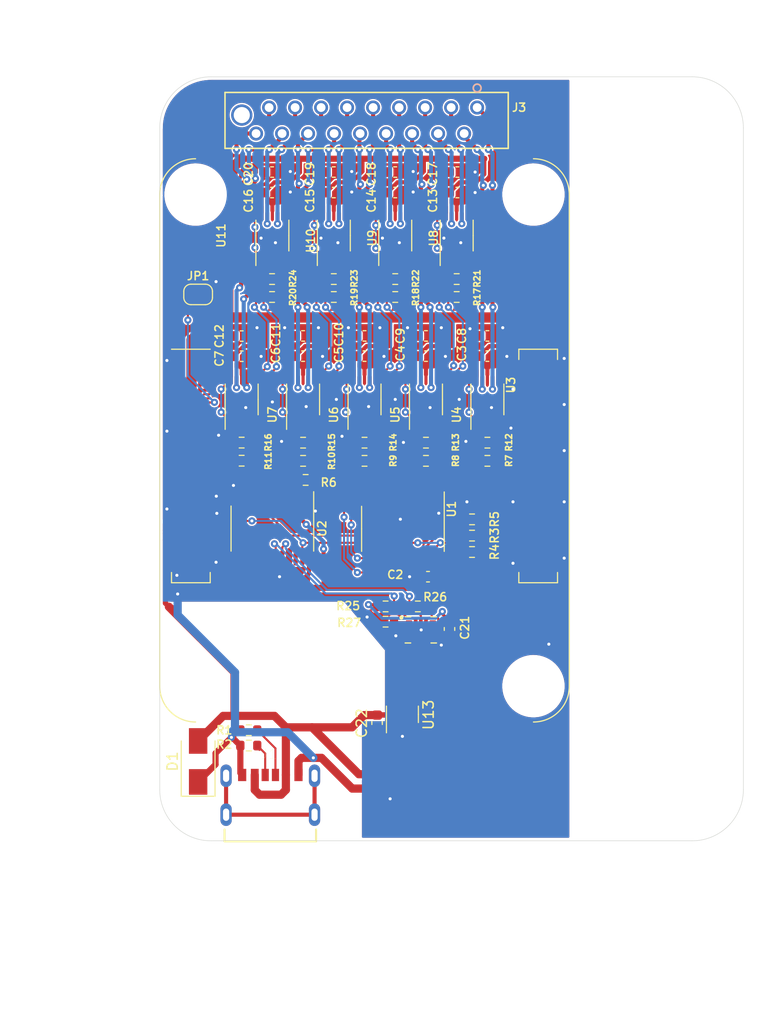
<source format=kicad_pcb>
(kicad_pcb (version 20210228) (generator pcbnew)
  (layers (0 "F.Cu" signal) (31 "B.Cu" signal) (34 "B.Paste" user) (35 "F.Paste" user) (36 "B.SilkS" user "B.Silkscreen") (37 "F.SilkS" user "F.Silkscreen") (38 "B.Mask" user) (39 "F.Mask" user) (44 "Edge.Cuts" user))
  (net 0 "")
  (net 68 "+3V3")
  (net 69 "Net-(C8-Pad1)")
  (net 70 "Net-(C9-Pad1)")
  (net 75 "Net-(C10-Pad1)")
  (net 81 "Net-(C11-Pad1)")
  (net 82 "Net-(C12-Pad1)")
  (net 83 "Net-(C17-Pad1)")
  (net 84 "Net-(C18-Pad1)")
  (net 85 "Net-(C19-Pad1)")
  (net 87 "Net-(C20-Pad1)")
  (net 89 "+5V")
  (net 90 "Net-(J1-PadA5)")
  (net 104 "M9-")
  (net 106 "M9+")
  (net 132 "EEPROM_nWP")
  (net 147 "GND")
  (net 148 "USB_D+")
  (net 149 "USB_D-")
  (net 150 "USB_D+out")
  (net 151 "RX")
  (net 152 "TX")
  (net 156 "SCL")
  (net 157 "SDA")
  (net 158 "Net-(R5-Pad2)")
  (net 159 "Net-(R6-Pad2)")
  (net 160 "SDA1")
  (net 161 "SDA3")
  (net 162 "SDA5")
  (net 163 "SDA7")
  (net 164 "SDA9")
  (net 165 "SDA2")
  (net 166 "SDA4")
  (net 167 "SDA6")
  (net 168 "SDA8")
  (net 175 "SCL5")
  (net 176 "SCL4")
  (net 177 "SCL3")
  (net 178 "SCL2")
  (net 179 "SCL1")
  (net 186 "SCL9")
  (net 187 "SCL8")
  (net 188 "SCL7")
  (net 189 "SCL6")
  (net 190 "M8-")
  (net 191 "M8+")
  (net 192 "M7-")
  (net 193 "M7+")
  (net 194 "M6-")
  (net 195 "M6+")
  (net 196 "M5-")
  (net 197 "M5+")
  (net 198 "M4-")
  (net 199 "M4+")
  (net 200 "M3-")
  (net 201 "M3+")
  (net 202 "M2-")
  (net 203 "M2+")
  (net 204 "M1-")
  (net 205 "M1+")
  (net 207 "SDA_bmx160")
  (net 208 "SCL_bmx160")
  (net 209 "Net-(R27-Pad1)")
  (net 212 "Net-(J1-PadS1)")
  (net 213 "Net-(R1-Pad1)")
  (net 214 "USB_D-out")
  (footprint "Capacitor_SMD:C_0603_1608Metric" (layer "F.Cu") (at 132 37.7)
    (fp_text reference "C19")
    (fp_text value "1u" hide)
  )
  (footprint "BMX160:PQFN50P250X300X100-14N" (layer "F.Cu") (at 140.5 82.4025)
    (fp_text reference "U12" hide)
    (fp_text value "BMX160")
  )
  (footprint "Resistor_SMD:R_0603_1608Metric" (layer "F.Cu") (at 138 49.9 180)
    (fp_text reference "R18")
    (fp_text value "2K2" hide)
  )
  (footprint "Resistor_SMD:R_0603_1608Metric" (layer "F.Cu") (at 132 49.9 180)
    (fp_text reference "R19")
    (fp_text value "2K2" hide)
  )
  (footprint "Resistor_SMD:R_0603_1608Metric" (layer "F.Cu") (at 144 49.9 180)
    (fp_text reference "R17")
    (fp_text value "2K2" hide)
  )
  (footprint "Capacitor_SMD:C_0603_1608Metric" (layer "F.Cu") (at 143.299511 82.31544 -90)
    (fp_text reference "C21")
    (fp_text value "100n" hide)
  )
  (footprint "Capacitor_SMD:C_0603_1608Metric" (layer "F.Cu") (at 132 39.7)
    (fp_text reference "C15")
    (fp_text value "1u" hide)
  )
  (footprint "Resistor_SMD:R_0603_1608Metric" (layer "F.Cu") (at 147 65.9 180)
    (fp_text reference "R7")
    (fp_text value "2K2" hide)
  )
  (footprint "Connector_Wire:SolderWirePad_1x01_SMD_1x2mm" (layer "F.Cu") (at 139.4 94.3)
    (fp_text reference "J5" hide)
    (fp_text value "Conn_01x01_Female" hide)
  )
  (footprint "Capacitor_SMD:C_0603_1608Metric" (layer "F.Cu") (at 135 53.7)
    (fp_text reference "C10")
    (fp_text value "1u" hide)
  )
  (footprint "Resistor_SMD:R_0603_1608Metric" (layer "F.Cu") (at 123 65.885 180)
    (fp_text reference "R11")
    (fp_text value "2K2" hide)
  )
  (footprint "Jumper:SolderJumper-2_P1.3mm_Open_RoundedPad1.0x1.5mm" (layer "F.Cu") (at 118.75 49.65)
    (fp_text reference "JP1")
    (fp_text value "SolderJumper_2_Open" hide)
  )
  (footprint "Resistor_SMD:R_0603_1608Metric" (layer "F.Cu") (at 141 64.125 180)
    (fp_text reference "R13")
    (fp_text value "2K2" hide)
  )
  (footprint "CM4IO:Raspberry-Pi-4-Compute-Module" (layer "F.Cu") (at 118.5 87.9)
    (fp_text reference "Module1" hide)
    (fp_text value "ComputeModule4-CM4" hide)
  )
  (footprint "Resistor_SMD:R_0603_1608Metric" (layer "F.Cu") (at 129.25 67.7625 180)
    (fp_text reference "R6")
    (fp_text value "10K" hide)
  )
  (footprint "Capacitor_SMD:C_0603_1608Metric" (layer "F.Cu") (at 144.07 39.7)
    (fp_text reference "C13")
    (fp_text value "1u" hide)
  )
  (footprint "Capacitor_SMD:C_0603_1608Metric" (layer "F.Cu") (at 141 53.7)
    (fp_text reference "C9")
    (fp_text value "1u" hide)
  )
  (footprint "Resistor_SMD:R_0603_1608Metric" (layer "F.Cu") (at 123.7 92.2 180)
    (fp_text reference "R1")
    (fp_text value "5K1" hide)
  )
  (footprint "Capacitor_SMD:C_0603_1608Metric" (layer "F.Cu") (at 135 55.675)
    (fp_text reference "C5")
    (fp_text value "1u" hide)
  )
  (footprint "Connector_Wire:SolderWirePad_1x01_SMD_1x2mm" (layer "F.Cu") (at 135.9 97.9 -90)
    (fp_text reference "J6" hide)
    (fp_text value "Conn_01x01_Female" hide)
  )
  (footprint "Capacitor_SMD:C_0603_1608Metric" (layer "F.Cu") (at 125.97 39.7)
    (fp_text reference "C16")
    (fp_text value "1u" hide)
  )
  (footprint "Package_SO:TSSOP-24_4.4x7.8mm_P0.65mm" (layer "F.Cu") (at 126 72.5125 -90)
    (fp_text reference "U2")
    (fp_text value "TCA9548APWR" hide)
  )
  (footprint "Capacitor_SMD:C_0603_1608Metric" (layer "F.Cu") (at 137.995 39.7)
    (fp_text reference "C14")
    (fp_text value "1u" hide)
  )
  (footprint "Package_SO:TSSOP-24_4.4x7.8mm_P0.65mm" (layer "F.Cu") (at 138.75 72.5375 -90)
    (fp_text reference "U1")
    (fp_text value "TCA9548APWR" hide)
  )
  (footprint "Resistor_SMD:R_0603_1608Metric" (layer "F.Cu") (at 123 64.1175 180)
    (fp_text reference "R16")
    (fp_text value "2K2" hide)
  )
  (footprint "Resistor_SMD:R_0603_1608Metric" (layer "F.Cu") (at 123.7 93.7 180)
    (fp_text reference "R2")
    (fp_text value "5K1" hide)
  )
  (footprint "Capacitor_SMD:C_0603_1608Metric" (layer "F.Cu") (at 123 53.715)
    (fp_text reference "C12")
    (fp_text value "1u" hide)
  )
  (footprint "Diode_SMD:D_SMA" (layer "F.Cu") (at 118.75 95.25 90)
    (fp_text reference "D1")
    (fp_text value "SMA6J5.0A" hide)
  )
  (footprint "Package_SO:VSSOP-10_3x3mm_P0.5mm" (layer "F.Cu") (at 147 59.9 90)
    (fp_text reference "U3")
    (fp_text value "DRV2605LDGS" hide)
  )
  (footprint "Connector_Wire:SolderWirePad_1x01_SMD_1x2mm" (layer "F.Cu") (at 138 94.3)
    (fp_text reference "J4" hide)
    (fp_text value "Conn_01x01_Female" hide)
  )
  (footprint "Connector_Wire:SolderWirePad_1x01_SMD_1x2mm" (layer "F.Cu") (at 135.9 96.5 -90)
    (fp_text reference "J2" hide)
    (fp_text value "Conn_01x01_Female" hide)
  )
  (footprint "Package_SO:VSSOP-10_3x3mm_P0.5mm" (layer "F.Cu") (at 135 59.9 90)
    (fp_text reference "U5")
    (fp_text value "DRV2605LDGS" hide)
  )
  (footprint "Resistor_SMD:R_0603_1608Metric" (layer "F.Cu") (at 145.5 73.2 180)
    (fp_text reference "R3")
    (fp_text value "2K2" hide)
  )
  (footprint "Resistor_SMD:R_0603_1608Metric" (layer "F.Cu") (at 125.97 49.9 180)
    (fp_text reference "R20")
    (fp_text value "2K2" hide)
  )
  (footprint "Resistor_SMD:R_0603_1608Metric" (layer "F.Cu") (at 135 65.9 180)
    (fp_text reference "R9")
    (fp_text value "2K2" hide)
  )
  (footprint "Capacitor_SMD:C_0603_1608Metric" (layer "F.Cu") (at 141 55.675)
    (fp_text reference "C4")
    (fp_text value "1u" hide)
  )
  (footprint "Capacitor_SMD:C_0603_1608Metric" (layer "F.Cu") (at 141.2 77.2125 180)
    (fp_text reference "C2")
    (fp_text value "1u" hide)
  )
  (footprint "Resistor_SMD:R_0603_1608Metric" (layer "F.Cu") (at 138 48.15 180)
    (fp_text reference "R22")
    (fp_text value "2K2" hide)
  )
  (footprint "Package_SO:VSSOP-10_3x3mm_P0.5mm" (layer "F.Cu") (at 132 43.9 90)
    (fp_text reference "U10")
    (fp_text value "DRV2605LDGS" hide)
  )
  (footprint "Resistor_SMD:R_0603_1608Metric" (layer "F.Cu") (at 145.5 71.6125 180)
    (fp_text reference "R5")
    (fp_text value "10K" hide)
  )
  (footprint "Resistor_SMD:R_0603_1608Metric" (layer "F.Cu") (at 140.207626 80.1125 180)
    (fp_text reference "R26")
    (fp_text value "2K2" hide)
  )
  (footprint "USB4125-GF-A_REVA:GCT_USB4125-GF-A_REVA" (layer "F.Cu") (at 125.8 96.65)
    (fp_text reference "J1")
    (fp_text value "USB4125-GF-A_REVA")
  )
  (footprint "Resistor_SMD:R_0603_1608Metric" (layer "F.Cu") (at 129 64.125 180)
    (fp_text reference "R15")
    (fp_text value "2K2" hide)
  )
  (footprint "Capacitor_SMD:C_0603_1608Metric" (layer "F.Cu") (at 147 55.675)
    (fp_text reference "C3")
    (fp_text value "1u" hide)
  )
  (footprint "Resistor_SMD:R_0603_1608Metric" (layer "F.Cu") (at 125.97 48.15 180)
    (fp_text reference "R24")
    (fp_text value "2K2" hide)
  )
  (footprint "Resistor_SMD:R_0603_1608Metric" (layer "F.Cu") (at 137.057626 81.6025 180)
    (fp_text reference "R27")
    (fp_text value "2K2" hide)
  )
  (footprint "Capacitor_SMD:C_0603_1608Metric" (layer "F.Cu") (at 147 53.7)
    (fp_text reference "C8")
    (fp_text value "1u" hide)
  )
  (footprint "Package_SO:VSSOP-10_3x3mm_P0.5mm" (layer "F.Cu") (at 144 43.9 90)
    (fp_text reference "U8")
    (fp_text value "DRV2605LDGS" hide)
  )
  (footprint "Capacitor_SMD:C_0603_1608Metric" (layer "F.Cu") (at 125.97 37.7)
    (fp_text reference "C20")
    (fp_text value "1u" hide)
  )
  (footprint "Package_SO:VSSOP-10_3x3mm_P0.5mm" (layer "F.Cu") (at 141 59.9 90)
    (fp_text reference "U4")
    (fp_text value "DRV2605LDGS" hide)
  )
  (footprint "Package_TO_SOT_SMD:SOT-23-6" (layer "F.Cu") (at 138.7 90.65 90)
    (fp_text reference "U13")
    (fp_text value "USBLC6-2SC6" hide)
  )
  (footprint "Capacitor_SMD:C_0603_1608Metric" (layer "F.Cu") (at 144.07 37.7)
    (fp_text reference "C17")
    (fp_text value "1u" hide)
  )
  (footprint "Resistor_SMD:R_0603_1608Metric" (layer "F.Cu") (at 129 65.9 180)
    (fp_text reference "R10")
    (fp_text value "2K2" hide)
  )
  (footprint "own:SteckerMicro-USB30-gewinkelt" (layer "F.Cu") (at 164.6 95.9 -90)
    (fp_text reference "ToFCam-Stecker" hide)
    (fp_text value "ToFCam-Stecker" hide)
  )
  (footprint "Package_SO:VSSOP-10_3x3mm_P0.5mm" (layer "F.Cu") (at 126 43.9 90)
    (fp_text reference "U11")
    (fp_text value "DRV2605LDGS" hide)
  )
  (footprint "Capacitor_SMD:C_0603_1608Metric" (layer "F.Cu") (at 137.995 37.7)
    (fp_text reference "C18")
    (fp_text value "1u" hide)
  )
  (footprint "Resistor_SMD:R_0603_1608Metric" (layer "F.Cu") (at 137.057626 80.1125)
    (fp_text reference "R25")
    (fp_text value "2K2" hide)
  )
  (footprint "Resistor_SMD:R_0603_1608Metric" (layer "F.Cu") (at 147 64.125 180)
    (fp_text reference "R12")
    (fp_text value "2K2" hide)
  )
  (footprint "Resistor_SMD:R_0603_1608Metric" (layer "F.Cu") (at 145.5 74.8 180)
    (fp_text reference "R4")
    (fp_text value "2K2" hide)
  )
  (footprint "Resistor_SMD:R_0603_1608Metric" (layer "F.Cu") (at 132 48.15 180)
    (fp_text reference "R23")
    (fp_text value "2K2" hide)
  )
  (footprint "Resistor_SMD:R_0603_1608Metric" (layer "F.Cu") (at 141 65.9 180)
    (fp_text reference "R8")
    (fp_text value "2K2" hide)
  )
  (footprint "Capacitor_SMD:C_0603_1608Metric" (layer "F.Cu") (at 129 53.7)
    (fp_text reference "C11")
    (fp_text value "1u" hide)
  )
  (footprint "footprints:1-338068-8" (layer "F.Cu") (at 146 31.4 180)
    (fp_text reference "J3")
    (fp_text value "1-338068-8" hide)
  )
  (footprint "Capacitor_SMD:C_0603_1608Metric" (layer "F.Cu") (at 129 55.675)
    (fp_text reference "C6")
    (fp_text value "1u" hide)
  )
  (footprint "Package_SO:VSSOP-10_3x3mm_P0.5mm" (layer "F.Cu") (at 138 43.9 90)
    (fp_text reference "U9")
    (fp_text value "DRV2605LDGS" hide)
  )
  (footprint "Package_SO:VSSOP-10_3x3mm_P0.5mm" (layer "F.Cu") (at 123 59.9 90)
    (fp_text reference "U7")
    (fp_text value "DRV2605LDGS" hide)
  )
  (footprint "Package_SO:VSSOP-10_3x3mm_P0.5mm" (layer "F.Cu") (at 129 59.9 90)
    (fp_text reference "U6")
    (fp_text value "DRV2605LDGS" hide)
  )
  (footprint "Capacitor_SMD:C_0603_1608Metric" (layer "F.Cu") (at 136.225 91.5 -90)
    (fp_text reference "C22")
    (fp_text value "100n" hide)
  )
  (footprint "Resistor_SMD:R_0603_1608Metric" (layer "F.Cu") (at 135 64.125 180)
    (fp_text reference "R14")
    (fp_text value "2K2" hide)
  )
  (footprint "Resistor_SMD:R_0603_1608Metric" (layer "F.Cu") (at 144 48.15 180)
    (fp_text reference "R21")
    (fp_text value "2K2" hide)
  )
  (footprint "Capacitor_SMD:C_0603_1608Metric" (layer "F.Cu") (at 123 55.6825)
    (fp_text reference "C7")
    (fp_text value "1u" hide)
  )
  (gr_arc (start 167 33.4) (end 172 33.4) (angle -90) (layer "Edge.Cuts") (width 0.05))
  (gr_arc (start 167 98) (end 167 103) (angle -90) (layer "Edge.Cuts") (width 0.05))
  (gr_line (start 167 103) (end 120 103) (layer "Edge.Cuts") (width 0.05))
  (gr_line (start 115 98) (end 115 33.4) (layer "Edge.Cuts") (width 0.05))
  (gr_arc (start 120 33.4) (end 120 28.4) (angle -90) (layer "Edge.Cuts") (width 0.05))
  (gr_line (start 120 28.4) (end 167 28.4) (layer "Edge.Cuts") (width 0.05))
  (gr_line (start 172 98) (end 172 33.4) (layer "Edge.Cuts") (width 0.05))
  (gr_arc (start 120 98) (end 115 98) (angle -90) (layer "Edge.Cuts") (width 0.05))
  (segment (start 124.898022 43.029151) (end 124.898022 41.801978) (width 0.2) (layer "F.Cu") (net 68))
  (segment (start 130 62.1) (end 130.15 61.95) (width 0.2) (layer "F.Cu") (net 68))
  (segment (start 130.15 59.85) (end 130.15 57.85) (width 0.2) (layer "F.Cu") (net 68))
  (segment (start 119.58 73) (end 118.4 73) (width 0.2) (layer "F.Cu") (net 68))
  (segment (start 130.85 41.85) (end 131 41.7) (width 0.2) (layer "F.Cu") (net 68))
  (segment (start 137.618872 43.75) (end 136.85 42.981128) (width 0.2) (layer "F.Cu") (net 68))
  (segment (start 118.1 72.3) (end 118.1 73.3) (width 1) (layer "F.Cu") (net 68))
  (segment (start 141.2 54.7) (end 143.5 54.7) (width 0.4) (layer "F.Cu") (net 68))
  (segment (start 143.5 54.7) (end 143.6 54.6) (width 0.3) (layer "F.Cu") (net 68))
  (segment (start 142 62.1) (end 142 63.95) (width 0.2) (layer "F.Cu") (net 68))
  (segment (start 133.85 57.85) (end 134 57.7) (width 0.2) (layer "F.Cu") (net 68))
  (segment (start 120 78.3) (end 129.5 78.3) (width 0.6) (layer "F.Cu") (net 68))
  (segment (start 125.5 51.9) (end 125.5 54.7) (width 0.4) (layer "F.Cu") (net 68))
  (segment (start 134.8 36.4) (end 140.8 36.4) (width 0.6) (layer "F.Cu") (net 68))
  (segment (start 123.2075 54.7) (end 125.5 54.7) (width 0.4) (layer "F.Cu") (net 68))
  (segment (start 124.15 57.85) (end 124 57.7) (width 0.2) (layer "F.Cu") (net 68))
  (segment (start 145.9 38.7) (end 146.7 37.9) (width 0.4) (layer "F.Cu") (net 68))
  (segment (start 140 55.9) (end 140.225 55.675) (width 0.3) (layer "F.Cu") (net 68))
  (segment (start 142.599131 80.84006) (end 143.299511 81.54044) (width 0.3) (layer "F.Cu") (net 68))
  (segment (start 139.15 43.75) (end 137.618872 43.75) (width 0.2) (layer "F.Cu") (net 68))
  (segment (start 133 47.975) (end 132.825 48.15) (width 0.2) (layer "F.Cu") (net 68))
  (segment (start 141.558115 81.227989) (end 141.558115 80.852989) (width 0.2) (layer "F.Cu") (net 68))
  (segment (start 129.375 78.175) (end 129.375 77.2125) (width 0.6) (layer "F.Cu") (net 68))
  (segment (start 148 63.95) (end 147.825 64.125) (width 0.2) (layer "F.Cu") (net 68))
  (segment (start 133.735277 38.7) (end 134.8 37.635277) (width 0.4) (layer "F.Cu") (net 68))
  (segment (start 142.15 59.85) (end 140.718872 59.85) (width 0.2) (layer "F.Cu") (net 68))
  (segment (start 129.3 72.1) (end 128.925 71.725) (width 0.4) (layer "F.Cu") (net 68))
  (segment (start 142.15 57.85) (end 142.15 59.85) (width 0.2) (layer "F.Cu") (net 68))
  (segment (start 124.15 59.95) (end 124.15 57.85) (width 0.2) (layer "F.Cu") (net 68))
  (segment (start 143 41.7) (end 143 39.995) (width 0.3) (layer "F.Cu") (net 68))
  (segment (start 138.22 38.7) (end 139.735277 38.7) (width 0.4) (layer "F.Cu") (net 68))
  (segment (start 133.15 43.75) (end 133.15 41.85) (width 0.2) (layer "F.Cu") (net 68))
  (segment (start 124.898022 41.801978) (end 125 41.7) (width 0.2) (layer "F.Cu") (net 68))
  (segment (start 133.85 58.981128) (end 133.85 57.85) (width 0.2) (layer "F.Cu") (net 68))
  (segment (start 144.26346 78.3) (end 146.325 76.23846) (width 0.6) (layer "F.Cu") (net 68))
  (segment (start 142.85 42.981128) (end 142.85 41.85) (width 0.2) (layer "F.Cu") (net 68))
  (segment (start 122.1 46.9) (end 122.1 37.3) (width 1) (layer "F.Cu") (net 68))
  (segment (start 125 39.895) (end 125.195 39.7) (width 0.3) (layer "F.Cu") (net 68))
  (segment (start 118.1 72.3) (end 118.1 71.7) (width 1) (layer "F.Cu") (net 68))
  (segment (start 124.15 59.95) (end 122.818871 59.95) (width 0.2) (layer "F.Cu") (net 68))
  (segment (start 145.15 43.75) (end 145.15 41.85) (width 0.2) (layer "F.Cu") (net 68))
  (segment (start 146.325 71.6125) (end 146.325 71.675) (width 0.2) (layer "F.Cu") (net 68))
  (segment (start 148 62.1) (end 148 63.95) (width 0.2) (layer "F.Cu") (net 68))
  (segment (start 131.5 51.9) (end 131.5 54.6) (width 0.4) (layer "F.Cu") (net 68))
  (segment (start 142.15 61.95) (end 142 62.1) (width 0.2) (layer "F.Cu") (net 68))
  (segment (start 127.735277 38.7) (end 128.7 37.735277) (width 0.4) (layer "F.Cu") (net 68))
  (segment (start 141.975 77.2125) (end 141.975 78.0375) (width 0.4) (layer "F.Cu") (net 68))
  (segment (start 128.718872 59.85) (end 127.85 58.981128) (width 0.2) (layer "F.Cu") (net 68))
  (segment (start 122 55.9075) (end 122.225 55.6825) (width 0.3) (layer "F.Cu") (net 68))
  (segment (start 119.58 71.8) (end 118.2 71.8) (width 0.2) (layer "F.Cu") (net 68))
  (segment (start 133.15 41.85) (end 133 41.7) (width 0.2) (layer "F.Cu") (net 68))
  (segment (start 122.225 55.6825) (end 123.2075 54.7) (width 0.4) (layer "F.Cu") (net 68))
  (segment (start 146.562723 59.85) (end 145.85 59.137277) (width 0.2) (layer "F.Cu") (net 68))
  (segment (start 127 47.945) (end 126.795 48.15) (width 0.2) (layer "F.Cu") (net 68))
  (segment (start 148.15 57.85) (end 148.15 59.85) (width 0.2) (layer "F.Cu") (net 68))
  (segment (start 130 62.1) (end 130 63.95) (width 0.2) (layer "F.Cu") (net 68))
  (segment (start 130.15 61.95) (end 130.15 59.85) (width 0.2) (layer "F.Cu") (net 68))
  (segment (start 139.9 59.031128) (end 139.9 57.8) (width 0.2) (layer "F.Cu") (net 68))
  (segment (start 137.22 39.7) (end 138.22 38.7) (width 0.4) (layer "F.Cu") (net 68))
  (segment (start 141.975 78.0375) (end 141.62548 78.38702) (width 0.4) (layer "F.Cu") (net 68))
  (segment (start 139.15 43.75) (end 139.15 41.85) (width 0.2) (layer "F.Cu") (net 68))
  (segment (start 139 46.1) (end 139 47.975) (width 0.2) (layer "F.Cu") (net 68))
  (segment (start 142.199511 83.102989) (end 142.199511 81.277891) (width 0.2) (layer "F.Cu") (net 68))
  (segment (start 142 57.7) (end 142.15 57.85) (width 0.2) (layer "F.Cu") (net 68))
  (segment (start 129.575 76.9125) (end 129.375 77.1125) (width 0.4) (layer "F.Cu") (net 68))
  (segment (start 119.07088 77.4) (end 119.1 77.4) (width 0.6) (layer "F.Cu") (net 68))
  (segment (start 124 63.9425) (end 123.825 64.1175) (width 0.2) (layer "F.Cu") (net 68))
  (segment (start 139 47.975) (end 138.825 48.15) (width 0.2) (layer "F.Cu") (net 68))
  (segment (start 146.325 73.2) (end 146.325 71.6125) (width 0.6) (layer "F.Cu") (net 68))
  (segment (start 142 63.95) (end 141.825 64.125) (width 0.2) (layer "F.Cu") (net 68))
  (segment (start 136.85 42.981128) (end 136.85 41.85) (width 0.2) (layer "F.Cu") (net 68))
  (segment (start 136.85 41.85) (end 137 41.7) (width 0.2) (layer "F.Cu") (net 68))
  (segment (start 131.225 39.7) (end 132.225 38.7) (width 0.4) (layer "F.Cu") (net 68))
  (segment (start 142.15 83.1525) (end 142.199511 83.102989) (width 0.2) (layer "F.Cu") (net 68))
  (segment (start 133 46.1) (end 133.15 45.95) (width 0.2) (layer "F.Cu") (net 68))
  (segment (start 142.199511 81.277891) (end 142.149609 81.227989) (width 0.2) (layer "F.Cu") (net 68))
  (segment (start 137 39.92) (end 137.22 39.7) (width 0.3) (layer "F.Cu") (net 68))
  (segment (start 146 57.7) (end 146 55.9) (width 0.3) (layer "F.Cu") (net 68))
  (segment (start 127.85 58.981128) (end 127.85 57.85) (width 0.2) (layer "F.Cu") (net 68))
  (segment (start 135 51.9) (end 131.5 51.9) (width 1) (layer "F.Cu") (net 68))
  (segment (start 132.825 48.15) (end 132.825 49.9) (width 0.2) (layer "F.Cu") (net 68))
  (segment (start 118.2 73.4) (end 118.1 73.3) (width 0.2) (layer "F.Cu") (net 68))
  (segment (start 136.15 59.85) (end 134.718872 59.85) (width 0.2) (layer "F.Cu") (net 68))
  (segment (start 136.15 57.85) (end 136 57.7) (width 0.2) (layer "F.Cu") (net 68))
  (segment (start 128.225 55.675) (end 129.2 54.7) (width 0.4) (layer "F.Cu") (net 68))
  (segment (start 137.5 51.9) (end 137.5 54.6) (width 0.4) (layer "F.Cu") (net 68))
  (segment (start 133 46.1) (end 133 47.975) (width 0.2) (layer "F.Cu") (net 68))
  (segment (start 140 83.9025) (end 140.104989 84.007489) (width 0.3) (layer "F.Cu") (net 68))
  (segment (start 133.15 43.75) (end 131.618872 43.75) (width 0.2) (layer "F.Cu") (net 68))
  (segment (start 131 41.7) (end 131 39.925) (width 0.3) (layer "F.Cu") (net 68))
  (segment (start 135.402637 79.9525) (end 135.382626 79.932489) (width 0.3) (layer "F.Cu") (net 68))
  (segment (start 119.07088 77.4) (end 118.1 76.42912) (width 0.6) (layer "F.Cu") (net 68))
  (segment (start 134 57.7) (end 134 55.9) (width 0.3) (layer "F.Cu") (net 68))
  (segment (start 129.5 78.3) (end 129.375 78.175) (width 0.6) (layer "F.Cu") (net 68))
  (segment (start 145.15 43.75) (end 143.618872 43.75) (width 0.2) (layer "F.Cu") (net 68))
  (segment (start 145.15 45.95) (end 145.15 43.75) (width 0.2) (layer "F.Cu") (net 68))
  (segment (start 142.249511 83.157109) (end 142.249511 82.59044) (width 0.3) (layer "F.Cu") (net 68))
  (segment (start 142.599131 80.607489) (end 142.599131 80.84006) (width 0.3) (layer "F.Cu") (net 68))
  (segment (start 125.2 39.7) (end 126.2 38.7) (width 0.4) (layer "F.Cu") (net 68))
  (segment (start 149.7 51.9) (end 149.7 54.1) (width 0.4) (layer "F.Cu") (net 68))
  (segment (start 141.558115 81.227989) (end 141.264511 81.227989) (width 0.2) (layer "F.Cu") (net 68))
  (segment (start 136 63.95) (end 136 62.1) (width 0.2) (layer "F.Cu") (net 68))
  (segment (start 118.1 71.7) (end 118.1 54.1) (width 1) (layer "F.Cu") (net 68))
  (segment (start 118.4 73) (end 118.1 73.3) (width 0.2) (layer "F.Cu") (net 68))
  (segment (start 128.7 36.4) (end 123 36.4) (width 0.6) (layer "F.Cu") (net 68))
  (segment (start 131.1 78.3) (end 144.26346 78.3) (width 0.6) (layer "F.Cu") (net 68))
  (segment (start 130.15 57.85) (end 130 57.7) (width 0.2) (layer "F.Cu") (net 68))
  (segment (start 148.15 59.85) (end 148.15 61.95) (width 0.2) (layer "F.Cu") (net 68))
  (segment (start 127 46.1) (end 127.15 45.95) (width 0.2) (layer "F.Cu") (net 68))
  (segment (start 138.825 48.15) (end 138.825 49.9) (width 0.2) (layer "F.Cu") (net 68))
  (segment (start 141.264511 81.227989) (end 141 81.4925) (width 0.2) (layer "F.Cu") (net 68))
  (segment (start 149.1 54.7) (end 149.7 54.1) (width 0.4) (layer "F.Cu") (net 68))
  (segment (start 140.75 51.9) (end 142 51.9) (width 1) (layer "F.Cu") (net 68))
  (segment (start 118.1 76.42912) (end 118.1 73.3) (width 0.6) (layer "F.Cu") (net 68))
  (segment (start 119.1 77.4) (end 120 78.3) (width 0.6) (layer "F.Cu") (net 68))
  (segment (start 121.7 47.3) (end 122.1 46.9) (width 1) (layer "F.Cu") (net 68))
  (segment (start 134.8 37.635277) (end 134.8 36.4) (width 0.4) (layer "F.Cu") (net 68))
  (segment (start 139 46.1) (end 139.15 45.95) (width 0.2) (layer "F.Cu") (net 68))
  (segment (start 127.15 43.75) (end 127.15 41.85) (width 0.2) (layer "F.Cu") (net 68))
  (segment (start 121.85 57.85) (end 122 57.7) (width 0.2) (layer "F.Cu") (net 68))
  (segment (start 129.5 78.3) (end 131.1 78.3) (width 0.6) (layer "F.Cu") (net 68))
  (segment (start 131 39.925) (end 131.225 39.7) (width 0.3) (layer "F.Cu") (net 68))
  (segment (start 142.85 41.85) (end 143 41.7) (width 0.2) (layer "F.Cu") (net 68))
  (segment (start 129.575 75.375) (end 129.575 76.9125) (width 0.4) (layer "F.Cu") (net 68))
  (segment (start 130.011502 67.7625) (end 130.075 67.7625) (width 0.4) (layer "F.Cu") (net 68))
  (segment (start 144.825 48.15) (end 144.825 49.9) (width 0.2) (layer "F.Cu") (net 68))
  (segment (start 140 51.9) (end 140.75 51.9) (width 1) (layer "F.Cu") (net 68))
  (segment (start 136.15 61.95) (end 136.15 59.85) (width 0.2) (layer "F.Cu") (net 68))
  (segment (start 143.299511 81.54044) (end 143.299511 78.712011) (width 0.4) (layer "F.Cu") (net 68))
  (segment (start 128.925 68.849002) (end 130.011502 67.7625) (width 0.4) (layer "F.Cu") (net 68))
  (segment (start 121.85 58.981129) (end 121.85 57.85) (width 0.2) (layer "F.Cu") (net 68))
  (segment (start 122 57.7) (end 122 55.9075) (width 0.3) (layer "F.Cu") (net 68))
  (segment (start 119.58 73.4) (end 118.2 73.4) (width 0.2) (layer "F.Cu") (net 68))
  (segment (start 128.925 69.65) (end 128.925 68.849002) (width 0.4) (layer "F.Cu") (net 68))
  (segment (start 146 55.9) (end 146.225 55.675) (width 0.3) (layer "F.Cu") (net 68))
  (segment (start 128 55.9) (end 128.225 55.675) (width 0.3) (layer "F.Cu") (net 68))
  (segment (start 125 41.7) (end 125 39.895) (width 0.3) (layer "F.Cu") (net 68))
  (segment (start 145.85 59.137277) (end 145.85 57.85) (width 0.2) (layer "F.Cu") (net 68))
  (segment (start 128.925 71.725) (end 128.925 69.65) (width 0.4) (layer "F.Cu") (net 68))
  (segment (start 137 41.7) (end 137 39.92) (width 0.3) (layer "F.Cu") (net 68))
  (segment (start 128.7 36.4) (end 134.8 36.4) (width 0.6) (layer "F.Cu") (net 68))
  (segment (start 142.249511 82.59044) (end 143.299511 81.54044) (width 0.3) (layer "F.Cu") (net 68))
  (segment (start 146.7 37.9) (end 146.7 36.4) (width 0.4) (layer "F.Cu") (net 68))
  (segment (start 139.735277 38.7) (end 140.8 37.635277) (width 0.4) (layer "F.Cu") (net 68))
  (segment (start 146.225 55.675) (end 147.2 54.7) (width 0.4) (layer "F.Cu") (net 68))
  (segment (start 139.15 45.95) (end 139.15 43.75) (width 0.2) (layer "F.Cu") (net 68))
  (segment (start 143.618872 43.75) (end 142.85 42.981128) (width 0.2) (layer "F.Cu") (net 68))
  (segment (start 128.7 37.735277) (end 128.7 36.4) (width 0.4) (layer "F.Cu") (net 68))
  (segment (start 136.232626 79.9525) (end 135.402637 79.9525) (width 0.3) (layer "F.Cu") (net 68))
  (segment (start 141.825 64.125) (end 141.825 65.9) (width 0.2) (layer "F.Cu") (net 68))
  (segment (start 125.618871 43.75) (end 124.898022 43.029151) (width 0.2) (layer "F.Cu") (net 68))
  (segment (start 131.618872 43.75) (end 130.85 42.981128) (width 0.2) (layer "F.Cu") (net 68))
  (segment (start 123.825 64.1175) (end 123.825 65.885) (width 0.2) (layer "F.Cu") (net 68))
  (segment (start 131 74.5) (end 131 78.2) (width 0.4) (layer "F.Cu") (net 68))
  (segment (start 142.325 76.6625) (end 141.975 77.0125) (width 0.4) (layer "F.Cu") (net 68))
  (segment (start 141.66 83.1525) (end 142.15 83.1525) (width 0.2) (layer "F.Cu") (net 68))
  (segment (start 145.85 57.85) (end 146 57.7) (width 0.2) (layer "F.Cu") (net 68))
  (segment (start 139.15 41.85) (end 139 41.7) (width 0.2) (layer "F.Cu") (net 68))
  (segment (start 143.6 51.9) (end 149.7 51.9) (width 1) (layer "F.Cu") (net 68))
  (segment (start 148 57.7) (end 148.15 57.85) (width 0.2) (layer "F.Cu") (net 68))
  (segment (start 118.2 71.8) (end 118.1 71.7) (width 0.2) (layer "F.Cu") (net 68))
  (segment (start 129.5 51.9) (end 127.5 51.9) (width 1) (layer "F.Cu") (net 68))
  (segment (start 130.1 51.9) (end 129.5 51.9) (width 1) (layer "F.Cu") (net 68))
  (segment (start 142.15 59.85) (end 142.15 61.95) (width 0.2) (layer "F.Cu") (net 68))
  (segment (start 143.295 39.7) (end 144.295 38.7) (width 0.4) (layer "F.Cu") (net 68))
  (segment (start 135.825 65.9) (end 135.825 64.125) (width 0.2) (layer "F.Cu") (net 68))
  (segment (start 146.325 71.675) (end 146.3 71.7) (width 0.2) (layer "F.Cu") (net 68))
  (segment (start 122.818871 59.95) (end 121.85 58.981129) (width 0.2) (layer "F.Cu") (net 68))
  (segment (start 148.15 61.95) (end 148 62.1) (width 0.2) (layer "F.Cu") (net 68))
  (segment (start 133.15 45.95) (end 133.15 43.75) (width 0.2) (layer "F.Cu") (net 68))
  (segment (start 136 62.1) (end 136.15 61.95) (width 0.2) (layer "F.Cu") (net 68))
  (segment (start 135.2 54.7) (end 137.4 54.7) (width 0.4) (layer "F.Cu") (net 68))
  (segment (start 121.7 51.9) (end 121.7 47.3) (width 1) (layer "F.Cu") (net 68))
  (segment (start 143.6 51.9) (end 143.6 54.6) (width 0.4) (layer "F.Cu") (net 68))
  (segment (start 140.225 55.675) (end 141.2 54.7) (width 0.4) (layer "F.Cu") (net 68))
  (segment (start 134.718872 59.85) (end 133.85 58.981128) (width 0.2) (layer "F.Cu") (net 68))
  (segment (start 145 46.1) (end 145.15 45.95) (width 0.2) (layer "F.Cu") (net 68))
  (segment (start 145 47.975) (end 145 46.1) (width 0.2) (layer "F.Cu") (net 68))
  (segment (start 122.1 37.3) (end 123 36.4) (width 1) (layer "F.Cu") (net 68))
  (segment (start 137.4 54.7) (end 137.5 54.6) (width 0.4) (layer "F.Cu") (net 68))
  (segment (start 125.195 39.7) (end 125.2 39.7) (width 0.3) (layer "F.Cu") (net 68))
  (segment (start 140.718872 59.85) (end 139.9 59.031128) (width 0.2) (layer "F.Cu") (net 68))
  (segment (start 146.325 76.23846) (end 146.325 74.8) (width 0.6) (layer "F.Cu") (net 68))
  (segment (start 131.5 51.9) (end 130.1 51.9) (width 1) (layer "F.Cu") (net 68))
  (segment (start 126.2 38.7) (end 127.735277 38.7) (width 0.4) (layer "F.Cu") (net 68))
  (segment (start 129.825 64.125) (end 129.825 65.9) (width 0.2) (layer "F.Cu") (net 68))
  (segment (start 127.9 51.9) (end 127.5 51.9) (width 1) (layer "F.Cu") (net 68))
  (segment (start 140 83.3125) (end 140 83.9025) (width 0.3) (layer "F.Cu") (net 68))
  (segment (start 140.104989 84.007489) (end 141.399131 84.007489) (width 0.3) (layer "F.Cu") (net 68))
  (segment (start 146.325 74.8) (end 146.325 73.2) (width 0.6) (layer "F.Cu") (net 68))
  (segment (start 127.85 57.85) (end 128 57.7) (width 0.2) (layer "F.Cu") (net 68))
  (segment (start 124 62.1) (end 124 63.9425) (width 0.2) (layer "F.Cu") (net 68))
  (segment (start 124 62.1) (end 124.15 61.95) (width 0.2) (layer "F.Cu") (net 68))
  (segment (start 134.225 55.675) (end 135.2 54.7) (width 0.4) (layer "F.Cu") (net 68))
  (segment (start 137.5 51.9) (end 140 51.9) (width 1) (layer "F.Cu") (net 68))
  (segment (start 148.15 59.85) (end 146.562723 59.85) (width 0.2) (layer "F.Cu") (net 68))
  (segment (start 142 51.9) (end 143.6 51.9) (width 1) (layer "F.Cu") (net 68))
  (segment (start 147.825 64.125) (end 147.825 65.9) (width 0.2) (layer "F.Cu") (net 68))
  (segment (start 128 57.7) (end 128 55.9) (width 0.3) (layer "F.Cu") (net 68))
  (segment (start 126.795 48.15) (end 126.795 49.9) (width 0.2) (layer "F.Cu") (net 68))
  (segment (start 125.5 51.9) (end 121.7 51.9) (width 1) (layer "F.Cu") (net 68))
  (segment (start 127 46.1) (end 127 47.945) (width 0.2) (layer "F.Cu") (net 68))
  (segment (start 127.5 51.9) (end 125.5 51.9) (width 1) (layer "F.Cu") (net 68))
  (segment (start 141.558115 80.852989) (end 141.032626 80.3275) (width 0.2) (layer "F.Cu") (net 68))
  (segment (start 127.15 45.95) (end 127.15 43.75) (width 0.2) (layer "F.Cu") (net 68))
  (segment (start 140.8 36.4) (end 146.7 36.4) (width 0.6) (layer "F.Cu") (net 68))
  (segment (start 130.85 42.981128) (end 130.85 41.85) (width 0.2) (layer "F.Cu") (net 68))
  (segment (start 139.9 57.8) (end 140 57.7) (width 0.2) (layer "F.Cu") (net 68))
  (segment (start 135.825 64.125) (end 136 63.95) (width 0.2) (layer "F.Cu") (net 68))
  (segment (start 147.2 54.7) (end 149.1 54.7) (width 0.4) (layer "F.Cu") (net 68))
  (segment (start 124.15 61.95) (end 124.15 59.95) (width 0.2) (layer "F.Cu") (net 68))
  (segment (start 127.15 43.75) (end 125.618871 43.75) (width 0.2) (layer "F.Cu") (net 68))
  (segment (start 134 55.9) (end 134.225 55.675) (width 0.3) (layer "F.Cu") (net 68))
  (segment (start 140 57.7) (end 140 55.9) (width 0.3) (layer "F.Cu") (net 68))
  (segment (start 142.325 75.4) (end 142.325 76.6625) (width 0.4) (layer "F.Cu") (net 68))
  (segment (start 143.299511 78.712011) (end 142.97452 78.38702) (width 0.3) (layer "F.Cu") (net 68))
  (segment (start 136.15 59.85) (end 136.15 57.85) (width 0.2) (layer "F.Cu") (net 68))
  (segment (start 130 63.95) (end 129.825 64.125) (width 0.2) (layer "F.Cu") (net 68))
  (segment (start 144.825 48.15) (end 145 47.975) (width 0.2) (layer "F.Cu") (net 68))
  (segment (start 131.4 54.7) (end 131.5 54.6) (width 0.3) (layer "F.Cu") (net 68))
  (segment (start 127.15 41.85) (end 127 41.7) (width 0.2) (layer "F.Cu") (net 68))
  (segment (start 121.7 51.9) (end 120.3 51.9) (width 1) (layer "F.Cu") (net 68))
  (segment (start 142.149609 81.227989) (end 141.558115 81.227989) (width 0.2) (layer "F.Cu") (net 68))
  (segment (start 137.5 51.9) (end 131.5 51.9) (width 1) (layer "F.Cu") (net 68))
  (segment (start 141.032626 80.3275) (end 141.032626 79.9525) (width 0.2) (layer "F.Cu") (net 68))
  (segment (start 144.295 38.7) (end 145.9 38.7) (width 0.4) (layer "F.Cu") (net 68))
  (segment (start 132.225 38.7) (end 133.735277 38.7) (width 0.4) (layer "F.Cu") (net 68))
  (segment (start 120.3 51.9) (end 118.1 54.1) (width 1) (layer "F.Cu") (net 68))
  (segment (start 145.15 41.85) (end 145 41.7) (width 0.2) (layer "F.Cu") (net 68))
  (segment (start 140.8 37.635277) (end 140.8 36.4) (width 0.4) (layer "F.Cu") (net 68))
  (segment (start 129.2 54.7) (end 131.4 54.7) (width 0.4) (layer "F.Cu") (net 68))
  (segment (start 130.15 59.85) (end 128.718872 59.85) (width 0.2) (layer "F.Cu") (net 68))
  (segment (start 141.399131 84.007489) (end 142.249511 83.157109) (width 0.3) (layer "F.Cu") (net 68))
  (segment (start 131 78.2) (end 131.1 78.3) (width 0.4) (layer "F.Cu") (net 68))
  (segment (start 124.5 54.7) (end 125.5 54.7) (width 0.3) (layer "F.Cu") (net 68))
  (via (at 129.3 72.1) (size 0.7) (drill 0.3) (layers "F.Cu" "B.Cu") (net 68))
  (via (at 135.382626 79.932489) (size 0.7) (drill 0.3) (layers "F.Cu" "B.Cu") (net 68))
  (via (at 131 74.5) (size 0.7) (drill 0.3) (layers "F.Cu" "B.Cu") (net 68))
  (via (at 142.599131 80.607489) (size 0.7) (drill 0.3) (layers "F.Cu" "B.Cu") (net 68))
  (segment (start 136.714131 81.263994) (end 141.942626 81.263994) (width 0.3) (layer "B.Cu") (net 68))
  (segment (start 135.382626 79.932489) (end 136.714131 81.263994) (width 0.3) (layer "B.Cu") (net 68))
  (segment (start 141.942626 81.263994) (end 142.599131 80.607489) (width 0.3) (layer "B.Cu") (net 68))
  (segment (start 131 73.8) (end 129.3 72.1) (width 0.4) (layer "B.Cu") (net 68))
  (segment (start 131 74.5) (end 131 73.8) (width 0.4) (layer "B.Cu") (net 68))
  (segment (start 145.2 61.15) (end 145.2 61.3) (width 0.2) (layer "F.Cu") (net 69))
  (segment (start 145.2 61.3) (end 146 62.1) (width 0.2) (layer "F.Cu") (net 69))
  (segment (start 145.2 54.725) (end 145.2 58.9) (width 0.2) (layer "F.Cu") (net 69))
  (segment (start 146.225 53.7) (end 145.2 54.725) (width 0.2) (layer "F.Cu") (net 69))
  (via (at 145.2 58.9) (size 0.7) (drill 0.3) (layers "F.Cu" "B.Cu") (net 69))
  (via (at 145.2 61.15) (size 0.7) (drill 0.3) (layers "F.Cu" "B.Cu") (net 69))
  (segment (start 145.2 61.15) (end 145.2 58.9) (width 0.2) (layer "B.Cu") (net 69))
  (segment (start 140.225 53.7) (end 139 54.925) (width 0.2) (layer "F.Cu") (net 70))
  (segment (start 139 54.925) (end 139 58.9) (width 0.2) (layer "F.Cu") (net 70))
  (segment (start 139.05 61.15) (end 140 62.1) (width 0.2) (layer "F.Cu") (net 70))
  (segment (start 139 61.15) (end 139.05 61.15) (width 0.2) (layer "F.Cu") (net 70))
  (via (at 139 58.9) (size 0.7) (drill 0.3) (layers "F.Cu" "B.Cu") (net 70))
  (via (at 139 61.15) (size 0.7) (drill 0.3) (layers "F.Cu" "B.Cu") (net 70))
  (segment (start 139 58.9) (end 139 61.15) (width 0.2) (layer "B.Cu") (net 70))
  (segment (start 133.25 54.8) (end 133.25 55.35) (width 0.2) (layer "F.Cu") (net 75))
  (segment (start 133.15 61.15) (end 133.15 61.25) (width 0.2) (layer "F.Cu") (net 75))
  (segment (start 134.225 53.7) (end 133.25 54.675) (width 0.2) (layer "F.Cu") (net 75))
  (segment (start 133.15 61.25) (end 134 62.1) (width 0.2) (layer "F.Cu") (net 75))
  (segment (start 133.25 54.675) (end 133.25 58.9) (width 0.2) (layer "F.Cu") (net 75))
  (via (at 133.25 58.9) (size 0.7) (drill 0.3) (layers "F.Cu" "B.Cu") (net 75))
  (via (at 133.15 61.15) (size 0.7) (drill 0.3) (layers "F.Cu" "B.Cu") (net 75))
  (segment (start 133.150489 58.999511) (end 133.25 58.9) (width 0.2) (layer "B.Cu") (net 75))
  (segment (start 133.15 61.15) (end 133.150489 61.149511) (width 0.2) (layer "B.Cu") (net 75))
  (segment (start 133.150489 61.149511) (end 133.150489 58.999511) (width 0.2) (layer "B.Cu") (net 75))
  (segment (start 127.95 62.1) (end 127 61.15) (width 0.2) (layer "F.Cu") (net 81))
  (segment (start 127 54.925) (end 128.025 53.9) (width 0.2) (layer "F.Cu") (net 81))
  (segment (start 128 62.1) (end 127.95 62.1) (width 0.2) (layer "F.Cu") (net 81))
  (segment (start 127 58.9) (end 127 54.925) (width 0.2) (layer "F.Cu") (net 81))
  (via (at 127 58.9) (size 0.7) (drill 0.3) (layers "F.Cu" "B.Cu") (net 81))
  (via (at 127 61.15) (size 0.7) (drill 0.3) (layers "F.Cu" "B.Cu") (net 81))
  (segment (start 127 61.15) (end 127 58.9) (width 0.2) (layer "B.Cu") (net 81))
  (segment (start 121.475 58.425) (end 121 58.9) (width 0.2) (layer "F.Cu") (net 82))
  (segment (start 121.475 54.465) (end 121.475 58.425) (width 0.2) (layer "F.Cu") (net 82))
  (segment (start 122 62.1) (end 121.95 62.1) (width 0.2) (layer "F.Cu") (net 82))
  (segment (start 122.225 53.715) (end 121.475 54.465) (width 0.2) (layer "F.Cu") (net 82))
  (segment (start 121.95 62.1) (end 121 61.15) (width 0.2) (layer "F.Cu") (net 82))
  (via (at 121 61.15) (size 0.7) (drill 0.3) (layers "F.Cu" "B.Cu") (net 82))
  (via (at 121 58.9) (size 0.7) (drill 0.3) (layers "F.Cu" "B.Cu") (net 82))
  (segment (start 121 61.15) (end 121 58.9) (width 0.2) (layer "B.Cu") (net 82))
  (segment (start 142.0995 42.9) (end 142.0995 38.8955) (width 0.2) (layer "F.Cu") (net 83))
  (segment (start 143 46.1) (end 143 46.0505) (width 0.2) (layer "F.Cu") (net 83))
  (segment (start 143 46.0505) (end 142.0995 45.15) (width 0.2) (layer "F.Cu") (net 83))
  (segment (start 142.0995 38.8955) (end 143.295 37.7) (width 0.2) (layer "F.Cu") (net 83))
  (via (at 142.0995 42.9) (size 0.7) (drill 0.3) (layers "F.Cu" "B.Cu") (net 83))
  (via (at 142.0995 45.15) (size 0.7) (drill 0.3) (layers "F.Cu" "B.Cu") (net 83))
  (segment (start 142.0995 45.15) (end 142.0995 42.9) (width 0.2) (layer "B.Cu") (net 83))
  (segment (start 137 46.1) (end 137 46.0505) (width 0.2) (layer "F.Cu") (net 84))
  (segment (start 136.0995 38.8205) (end 137 37.92) (width 0.2) (layer "F.Cu") (net 84))
  (segment (start 137 37.92) (end 137 38) (width 0.2) (layer "F.Cu") (net 84))
  (segment (start 136.0995 42.9) (end 136.0995 38.8205) (width 0.2) (layer "F.Cu") (net 84))
  (segment (start 137 46.0505) (end 136.0995 45.15) (width 0.2) (layer "F.Cu") (net 84))
  (via (at 136.0995 42.9) (size 0.7) (drill 0.3) (layers "F.Cu" "B.Cu") (net 84))
  (via (at 136.0995 45.15) (size 0.7) (drill 0.3) (layers "F.Cu" "B.Cu") (net 84))
  (segment (start 136.0995 45.15) (end 136.0995 42.9) (width 0.2) (layer "B.Cu") (net 84))
  (segment (start 131 46.1) (end 131 46.0505) (width 0.2) (layer "F.Cu") (net 85))
  (segment (start 130.0995 38.8255) (end 131.225 37.7) (width 0.2) (layer "F.Cu") (net 85))
  (segment (start 130.0995 42.9) (end 130.0995 38.8255) (width 0.2) (layer "F.Cu") (net 85))
  (segment (start 131 46.0505) (end 130.0995 45.15) (width 0.2) (layer "F.Cu") (net 85))
  (via (at 130.0995 45.15) (size 0.7) (drill 0.3) (layers "F.Cu" "B.Cu") (net 85))
  (via (at 130.0995 42.9) (size 0.7) (drill 0.3) (layers "F.Cu" "B.Cu") (net 85))
  (segment (start 130.0995 45.15) (end 130.0995 42.9) (width 0.2) (layer "B.Cu") (net 85))
  (segment (start 125.195 37.7) (end 125.195 38.36864) (width 0.2) (layer "F.Cu") (net 87))
  (segment (start 124.298521 45.398521) (end 124.298521 45.082845) (width 0.2) (layer "F.Cu") (net 87))
  (segment (start 125.195 38.36864) (end 124.298521 39.265119) (width 0.2) (layer "F.Cu") (net 87))
  (segment (start 124.298521 39.265119) (end 124.298521 43.082845) (width 0.2) (layer "F.Cu") (net 87))
  (segment (start 125 46.1) (end 124.298521 45.398521) (width 0.2) (layer "F.Cu") (net 87))
  (via (at 124.298521 45.082845) (size 0.7) (drill 0.3) (layers "F.Cu" "B.Cu") (net 87))
  (via (at 124.298521 43.082845) (size 0.7) (drill 0.3) (layers "F.Cu" "B.Cu") (net 87))
  (segment (start 124.298521 45.082845) (end 124.298521 43.082845) (width 0.2) (layer "B.Cu") (net 87))
  (segment (start 115.7 71.8) (end 115.55 71.95) (width 0.2) (layer "F.Cu") (net 89))
  (segment (start 116.5 73) (end 115.55 73) (width 0.2) (layer "F.Cu") (net 89))
  (segment (start 115.55 79.8) (end 115.9 80.15) (width 0.5) (layer "F.Cu") (net 89))
  (segment (start 134.975 90.725) (end 136.225 90.725) (width 0.8) (layer "F.Cu") (net 89))
  (segment (start 115.55 73.625) (end 115.55 79.8) (width 0.5) (layer "F.Cu") (net 89))
  (segment (start 126.85 98.5) (end 124.75 98.5) (width 0.8) (layer "F.Cu") (net 89))
  (segment (start 133.78 91.92) (end 134.975 90.725) (width 0.8) (layer "F.Cu") (net 89))
  (segment (start 126.2 90.8) (end 122.3 90.8) (width 0.8) (layer "F.Cu") (net 89))
  (segment (start 116.5 72.6) (end 115.625 72.6) (width 0.2) (layer "F.Cu") (net 89))
  (segment (start 115.7 72.2) (end 115.55 72.05) (width 0.2) (layer "F.Cu") (net 89))
  (segment (start 127.32 91.92) (end 126.2 90.8) (width 0.8) (layer "F.Cu") (net 89))
  (segment (start 127.32 98.03) (end 126.85 98.5) (width 0.8) (layer "F.Cu") (net 89))
  (segment (start 115.625 72.6) (end 115.55 72.675) (width 0.2) (layer "F.Cu") (net 89))
  (segment (start 122.3 90.8) (end 121.2 90.8) (width 0.8) (layer "F.Cu") (net 89))
  (segment (start 116.5 73.8) (end 115.725 73.8) (width 0.2) (layer "F.Cu") (net 89))
  (segment (start 118.95 83.2) (end 115.9 80.15) (width 0.8) (layer "F.Cu") (net 89))
  (segment (start 122.3 90.8) (end 122.3 86.55) (width 0.8) (layer "F.Cu") (net 89))
  (segment (start 115.55 73) (end 115.55 72.675) (width 0.5) (layer "F.Cu") (net 89))
  (segment (start 124.75 98.5) (end 124.28 98.03) (width 0.8) (layer "F.Cu") (net 89))
  (segment (start 136.24052 90.70948) (end 136.225 90.725) (width 0.532) (layer "F.Cu") (net 89))
  (segment (start 129.87 91.92) (end 133.78 91.92) (width 0.8) (layer "F.Cu") (net 89))
  (segment (start 138.16552 90.70948) (end 136.24052 90.70948) (width 0.532) (layer "F.Cu") (net 89))
  (segment (start 138.7 89.5125) (end 138.7 90.175) (width 0.532) (layer "F.Cu") (net 89))
  (segment (start 116.5 73.4) (end 115.775 73.4) (width 0.2) (layer "F.Cu") (net 89))
  (segment (start 127.32 91.92) (end 129.87 91.92) (width 0.8) (layer "F.Cu") (net 89))
  (segment (start 115.725 73.8) (end 115.55 73.625) (width 0.2) (layer "F.Cu") (net 89))
  (segment (start 134.45 96.5) (end 135.9 96.5) (width 0.8) (layer "F.Cu") (net 89))
  (segment (start 138.7 90.175) (end 138.16552 90.70948) (width 0.532) (layer "F.Cu") (net 89))
  (segment (start 121.2 90.8) (end 118.75 93.25) (width 0.8) (layer "F.Cu") (net 89))
  (segment (start 115.55 72.05) (end 115.55 71.95) (width 0.2) (layer "F.Cu") (net 89))
  (segment (start 116.5 71.8) (end 115.7 71.8) (width 0.2) (layer "F.Cu") (net 89))
  (segment (start 115.55 73.625) (end 115.55 73) (width 0.5) (layer "F.Cu") (net 89))
  (segment (start 127.32 96.57) (end 127.32 98.03) (width 0.8) (layer "F.Cu") (net 89))
  (segment (start 122.3 86.55) (end 115.9 80.15) (width 0.8) (layer "F.Cu") (net 89))
  (segment (start 127.32 96.57) (end 127.32 91.92) (width 0.8) (layer "F.Cu") (net 89))
  (segment (start 116.5 72.2) (end 115.7 72.2) (width 0.2) (layer "F.Cu") (net 89))
  (segment (start 129.87 91.92) (end 134.45 96.5) (width 0.8) (layer "F.Cu") (net 89))
  (segment (start 115.55 72.675) (end 115.55 72.05) (width 0.5) (layer "F.Cu") (net 89))
  (segment (start 124.28 98.03) (end 124.28 96.57) (width 0.8) (layer "F.Cu") (net 89))
  (segment (start 115.775 73.4) (end 115.55 73.625) (width 0.2) (layer "F.Cu") (net 89))
  (segment (start 125.3 94.475) (end 124.525 93.7) (width 0.2) (layer "F.Cu") (net 90))
  (segment (start 125.3 96.55) (end 125.3 94.475) (width 0.2) (layer "F.Cu") (net 90))
  (segment (start 124.525 93.9) (end 124.75 94.125) (width 0.2) (layer "F.Cu") (net 90))
  (segment (start 122.5 35.5) (end 122.5 34.9) (width 0.4) (layer "F.Cu") (net 104))
  (segment (start 123.46 33.94) (end 124.41 33.94) (width 0.4) (layer "F.Cu") (net 104))
  (segment (start 122.5 34.9) (end 123.46 33.94) (width 0.4) (layer "F.Cu") (net 104))
  (segment (start 122.8 49) (end 122.94952 48.85048) (width 0.4) (layer "F.Cu") (net 104))
  (segment (start 122.5 57.7) (end 122.5 58.743852) (width 0.4) (layer "F.Cu") (net 104))
  (segment (start 122.94952 48.85048) (end 122.94952 38.94998) (width 0.4) (layer "F.Cu") (net 104))
  (segment (start 122.94952 38.94998) (end 123.4995 38.4) (width 0.4) (layer "F.Cu") (net 104))
  (via (at 123.4995 38.4) (size 0.7) (drill 0.3) (layers "F.Cu" "B.Cu") (net 104))
  (via (at 122.5 35.5) (size 0.7) (drill 0.3) (layers "F.Cu" "B.Cu") (net 104))
  (via (at 122.5 58.743852) (size 0.7) (drill 0.3) (layers "F.Cu" "B.Cu") (net 104))
  (via (at 122.8 49) (size 0.7) (drill 0.3) (layers "F.Cu" "B.Cu") (net 104))
  (segment (start 122.8 49) (end 122.5 49.3) (width 0.4) (layer "B.Cu") (net 104))
  (segment (start 122.5 37.4005) (end 123.4995 38.4) (width 0.4) (layer "B.Cu") (net 104))
  (segment (start 122.5 49.3) (end 122.5 58.743852) (width 0.4) (layer "B.Cu") (net 104))
  (segment (start 122.5 35.5) (end 122.5 37.4005) (width 0.4) (layer "B.Cu") (net 104))
  (segment (start 125.68 34.42) (end 125.68 31.4) (width 0.4) (layer "F.Cu") (net 106))
  (segment (start 123.5 57.7) (end 123.5 58.743852) (width 0.4) (layer "F.Cu") (net 106))
  (segment (start 124.601089 35.498911) (end 125.68 34.42) (width 0.4) (layer "F.Cu") (net 106))
  (segment (start 123.59901 39.328912) (end 124.346134 38.581788) (width 0.4) (layer "F.Cu") (net 106))
  (segment (start 123.698911 35.498911) (end 124.601089 35.498911) (width 0.4) (layer "F.Cu") (net 106))
  (segment (start 124.346134 38.581788) (end 124.346134 38.330244) (width 0.4) (layer "F.Cu") (net 106))
  (segment (start 123.59901 49.70099) (end 123.59901 39.328912) (width 0.4) (layer "F.Cu") (net 106))
  (segment (start 123.2 50.1) (end 123.59901 49.70099) (width 0.4) (layer "F.Cu") (net 106))
  (via (at 123.5 58.743852) (size 0.7) (drill 0.3) (layers "F.Cu" "B.Cu") (net 106))
  (via (at 123.2 50.1) (size 0.7) (drill 0.3) (layers "F.Cu" "B.Cu") (net 106))
  (via (at 123.698911 35.498911) (size 0.7) (drill 0.3) (layers "F.Cu" "B.Cu") (net 106))
  (via (at 124.346134 38.330244) (size 0.7) (drill 0.3) (layers "F.Cu" "B.Cu") (net 106))
  (segment (start 123.2 50.1) (end 123.2 58.443852) (width 0.4) (layer "B.Cu") (net 106))
  (segment (start 123.7 35.5) (end 123.7 36.9) (width 0.4) (layer "B.Cu") (net 106))
  (segment (start 124.346134 37.546134) (end 124.346134 38.330244) (width 0.4) (layer "B.Cu") (net 106))
  (segment (start 123.7 36.9) (end 124.346134 37.546134) (width 0.4) (layer "B.Cu") (net 106))
  (segment (start 123.698911 35.498911) (end 123.7 35.5) (width 0.4) (layer "B.Cu") (net 106))
  (segment (start 123.2 58.443852) (end 123.5 58.743852) (width 0.4) (layer "B.Cu") (net 106))
  (segment (start 117.75 50) (end 118.1 49.65) (width 0.2) (layer "F.Cu") (net 132))
  (segment (start 119.58 60.2) (end 120.324497 60.2) (width 0.2) (layer "F.Cu") (net 132))
  (segment (start 120.324497 60.2) (end 120.341819 60.182678) (width 0.2) (layer "F.Cu") (net 132))
  (segment (start 117.75 52.15) (end 117.75 50) (width 0.2) (layer "F.Cu") (net 132))
  (via (at 117.75 52.15) (size 0.7) (drill 0.3) (layers "F.Cu" "B.Cu") (net 132))
  (via (at 120.341819 60.182678) (size 0.7) (drill 0.3) (layers "F.Cu" "B.Cu") (net 132))
  (segment (start 120.341819 60.182678) (end 117.75 57.590859) (width 0.2) (layer "B.Cu") (net 132))
  (segment (start 117.75 57.590859) (end 117.75 52.15) (width 0.2) (layer "B.Cu") (net 132))
  (segment (start 140.375 76.9625) (end 140.425 77.0125) (width 0.2) (layer "F.Cu") (net 147))
  (segment (start 144 40.545) (end 144.845 39.7) (width 0.2) (layer "F.Cu") (net 147))
  (segment (start 118.75 97.25) (end 120.45 95.55) (width 0.6) (layer "F.Cu") (net 147))
  (segment (start 147 56.45) (end 147.775 55.675) (width 0.2) (layer "F.Cu") (net 147))
  (segment (start 123 57.7) (end 123 56.4575) (width 0.2) (layer "F.Cu") (net 147))
  (segment (start 123 56.4575) (end 123.775 55.6825) (width 0.2) (layer "F.Cu") (net 147))
  (segment (start 129 56.45) (end 129.775 55.675) (width 0.2) (layer "F.Cu") (net 147))
  (segment (start 122.075 92.9) (end 122.875 93.7) (width 0.6) (layer "F.Cu") (net 147))
  (segment (start 128.55 95.2) (end 128.55 96.55) (width 0.8) (layer "F.Cu") (net 147))
  (segment (start 130.8 94.9) (end 130 94.9) (width 0.8) (layer "F.Cu") (net 147))
  (segment (start 140.375 75.4) (end 140.375 76.9625) (width 0.2) (layer "F.Cu") (net 147))
  (segment (start 132 40.475) (end 132.775 39.7) (width 0.2) (layer "F.Cu") (net 147))
  (segment (start 122.875 93.7) (end 122.75 93.825) (width 0.6) (layer "F.Cu") (net 147))
  (segment (start 122.875 93.7) (end 122.875 96.375) (width 0.6) (layer "F.Cu") (net 147))
  (segment (start 120.45 94.45) (end 122 92.9) (width 0.6) (layer "F.Cu") (net 147))
  (segment (start 144 41.7) (end 144 40.545) (width 0.2) (layer "F.Cu") (net 147))
  (segment (start 122.7 92.2) (end 122 92.9) (width 0.6) (layer "F.Cu") (net 147))
  (segment (start 122.875 92.2) (end 122.7 92.2) (width 0.6) (layer "F.Cu") (net 147))
  (segment (start 129 57.7) (end 129 56.45) (width 0.2) (layer "F.Cu") (net 147))
  (segment (start 120.45 95.55) (end 120.45 94.45) (width 0.6) (layer "F.Cu") (net 147))
  (segment (start 138 40.47) (end 138.77 39.7) (width 0.2) (layer "F.Cu") (net 147))
  (segment (start 141 57.7) (end 141 56.938276) (width 0.2) (layer "F.Cu") (net 147))
  (segment (start 133.8 97.9) (end 130.8 94.9) (width 0.8) (layer "F.Cu") (net 147))
  (segment (start 138.7 91.7875) (end 138.7 92.8) (width 0.4) (layer "F.Cu") (net 147))
  (segment (start 147 57.7) (end 147 56.45) (width 0.2) (layer "F.Cu") (net 147))
  (segment (start 141 56.938276) (end 141.775 56.163276) (width 0.2) (layer "F.Cu") (net 147))
  (segment (start 132 41.7) (end 132 40.475) (width 0.2) (layer "F.Cu") (net 147))
  (segment (start 135.9 97.9) (end 133.8 97.9) (width 0.8) (layer "F.Cu") (net 147))
  (segment (start 126 40.445) (end 126.745 39.7) (width 0.2) (layer "F.Cu") (net 147))
  (segment (start 128.85 94.9) (end 128.55 95.2) (width 0.8) (layer "F.Cu") (net 147))
  (segment (start 122 92.9) (end 122.075 92.9) (width 0.6) (layer "F.Cu") (net 147))
  (segment (start 130 94.9) (end 128.85 94.9) (width 0.8) (layer "F.Cu") (net 147))
  (segment (start 122.875 96.375) (end 123.05 96.55) (width 0.6) (layer "F.Cu") (net 147))
  (segment (start 135 56.45) (end 135.775 55.675) (width 0.2) (layer "F.Cu") (net 147))
  (segment (start 138 41.7) (end 138 40.47) (width 0.2) (layer "F.Cu") (net 147))
  (segment (start 126 41.7) (end 126 40.445) (width 0.2) (layer "F.Cu") (net 147))
  (segment (start 135 57.7) (end 135 56.45) (width 0.2) (layer "F.Cu") (net 147))
  (segment (start 141.775 56.163276) (end 141.775 55.675) (width 0.2) (layer "F.Cu") (net 147))
  (via (at 154.5 75.4) (size 0.7) (drill 0.3) (layers "F.Cu" "B.Cu") (net 147))
  (via (at 145.8 39.7) (size 0.7) (drill 0.3) (layers "F.Cu" "B.Cu") (net 147))
  (via (at 130 94.9) (size 0.7) (drill 0.3) (layers "F.Cu" "B.Cu") (net 147))
  (via (at 133.75 39.65) (size 0.7) (drill 0.3) (layers "F.Cu" "B.Cu") (net 147))
  (via (at 127.75 37.65) (size 0.7) (drill 0.3) (layers "F.Cu" "B.Cu") (net 147))
  (via (at 135.4 60.6) (size 0.7) (drill 0.3) (layers "F.Cu" "B.Cu") (net 147))
  (via (at 115.7 56.1) (size 0.7) (drill 0.3) (layers "F.Cu" "B.Cu") (net 147))
  (via (at 153 83.8) (size 0.7) (drill 0.3) (layers "F.Cu" "B.Cu") (net 147))
  (via (at 120.5 48.4) (size 0.7) (drill 0.3) (layers "F.Cu" "B.Cu") (net 147))
  (via (at 120.75 63.4) (size 0.7) (drill 0.3) (layers "F.Cu" "B.Cu") (net 147))
  (via (at 129.3 60.6) (size 0.7) (drill 0.3) (layers "F.Cu" "B.Cu") (net 147))
  (via (at 122.2 68.3) (size 0.7) (drill 0.3) (layers "F.Cu" "B.Cu") (net 147))
  (via (at 145.3 53) (size 0.7) (drill 0.3) (layers "F.Cu" "B.Cu") (net 147))
  (via (at 137.5 98.9) (size 0.7) (drill 0.3) (layers "F.Cu" "B.Cu") (net 147))
  (via (at 138.4 44.6) (size 0.7) (drill 0.3) (layers "F.Cu" "B.Cu") (net 147))
  (via (at 142.9 55.7) (size 0.7) (drill 0.3) (layers "F.Cu" "B.Cu") (net 147))
  (via (at 142.75 44.15) (size 0.7) (drill 0.3) (layers "F.Cu" "B.Cu") (net 147))
  (via (at 149.5 69.9) (size 0.7) (drill 0.3) (layers "F.Cu" "B.Cu") (net 147))
  (via (at 138.057626 82.982489) (size 0.7) (drill 0.3) (layers "F.Cu" "B.Cu") (net 147))
  (via (at 145 69.9) (size 0.7) (drill 0.3) (layers "F.Cu" "B.Cu") (net 147))
  (via (at 130.2 70.8) (size 0.7) (drill 0.3) (layers "F.Cu" "B.Cu") (net 147))
  (via (at 141.4 60.7) (size 0.7) (drill 0.3) (layers "F.Cu" "B.Cu") (net 147))
  (via (at 124.5 52.9) (size 0.7) (drill 0.3) (layers "F.Cu" "B.Cu") (net 147))
  (via (at 115.7 63) (size 0.7) (drill 0.3) (layers "F.Cu" "B.Cu") (net 147))
  (via (at 120.5 75.8) (size 0.7) (drill 0.3) (layers "F.Cu" "B.Cu") (net 147))
  (via (at 145.8 37.7) (size 0.7) (drill 0.3) (layers "F.Cu" "B.Cu") (net 147))
  (via (at 142.5 52.9) (size 0.7) (drill 0.3) (layers "F.Cu" "B.Cu") (net 147))
  (via (at 126.9 64) (size 0.7) (drill 0.3) (layers "F.Cu" "B.Cu") (net 147))
  (via (at 139.4 77.2125) (size 0.7) (drill 0.3) (layers "F.Cu" "B.Cu") (net 147))
  (via (at 120.525 69.35) (size 0.7) (drill 0.3) (layers "F.Cu" "B.Cu") (net 147))
  (via (at 122 92.9) (size 0.7) (drill 0.3) (layers "F.Cu" "B.Cu") (net 147))
  (via (at 139.75 37.65) (size 0.7) (drill 0.3) (layers "F.Cu" "B.Cu") (net 147))
  (via (at 126.3 44.6) (size 0.7) (drill 0.3) (layers "F.Cu" "B.Cu") (net 147))
  (via (at 144.25 59.9) (size 0.7) (drill 0.3) (layers "F.Cu" "B.Cu") (net 147))
  (via (at 148.5 52.9) (size 0.7) (drill 0.3) (layers "F.Cu" "B.Cu") (net 147))
  (via (at 142.499511 83.89044) (size 0.7) (drill 0.3) (layers "F.Cu" "B.Cu") (net 147))
  (via (at 147.4 60.7) (size 0.7) (drill 0.3) (layers "F.Cu" "B.Cu") (net 147))
  (via (at 138.5 71.6) (size 0.7) (drill 0.3) (layers "F.Cu" "B.Cu") (net 147))
  (via (at 144.9 64) (size 0.7) (drill 0.3) (layers "F.Cu" "B.Cu") (net 147))
  (via (at 138 59.9) (size 0.7) (drill 0.3) (layers "F.Cu" "B.Cu") (net 147))
  (via (at 148.9 55.7) (size 0.7) (drill 0.3) (layers "F.Cu" "B.Cu") (net 147))
  (via (at 136.9 55.7) (size 0.7) (drill 0.3) (layers "F.Cu" "B.Cu") (net 147))
  (via (at 136.75 44.15) (size 0.7) (drill 0.3) (layers "F.Cu" "B.Cu") (net 147))
  (via (at 149.3 62.7) (size 0.7) (drill 0.3) (layers "F.Cu" "B.Cu") (net 147))
  (via (at 149.5 75.9) (size 0.7) (drill 0.3) (layers "F.Cu" "B.Cu") (net 147))
  (via (at 139.75 39.65) (size 0.7) (drill 0.3) (layers "F.Cu" "B.Cu") (net 147))
  (via (at 154.5 55.9) (size 0.7) (drill 0.3) (layers "F.Cu" "B.Cu") (net 147))
  (via (at 140.532626 82.407489) (size 0.7) (drill 0.3) (layers "F.Cu" "B.Cu") (net 147))
  (via (at 136.5 52.9) (size 0.7) (drill 0.3) (layers "F.Cu" "B.Cu") (net 147))
  (via (at 154.5 69.9) (size 0.7) (drill 0.3) (layers "F.Cu" "B.Cu") (net 147))
  (via (at 139.2 52.9) (size 0.7) (drill 0.3) (layers "F.Cu" "B.Cu") (net 147))
  (via (at 149.5 58.9) (size 0.7) (drill 0.3) (layers "F.Cu" "B.Cu") (net 147))
  (via (at 144.4 44.6) (size 0.7) (drill 0.3) (layers "F.Cu" "B.Cu") (net 147))
  (via (at 124.9 55.7) (size 0.7) (drill 0.3) (layers "F.Cu" "B.Cu") (net 147))
  (via (at 135.25 81.15) (size 0.7) (drill 0.3) (layers "F.Cu" "B.Cu") (net 147))
  (via (at 130.75 44.15) (size 0.7) (drill 0.3) (layers "F.Cu" "B.Cu") (net 147))
  (via (at 127.2 52.9) (size 0.7) (drill 0.3) (layers "F.Cu" "B.Cu") (net 147))
  (via (at 132.4 44.6) (size 0.7) (drill 0.3) (layers "F.Cu" "B.Cu") (net 147))
  (via (at 133.425 52.9) (size 0.7) (drill 0.3) (layers "F.Cu" "B.Cu") (net 147))
  (via (at 132.25 59.9) (size 0.7) (drill 0.3) (layers "F.Cu" "B.Cu") (net 147))
  (via (at 154.5 60.4) (size 0.7) (drill 0.3) (layers "F.Cu" "B.Cu") (net 147))
  (via (at 130.9 55.7) (size 0.7) (drill 0.3) (layers "F.Cu" "B.Cu") (net 147))
  (via (at 138.7 92.8) (size 0.7) (drill 0.3) (layers "F.Cu" "B.Cu") (net 147))
  (via (at 127.75 39.65) (size 0.7) (drill 0.3) (layers "F.Cu" "B.Cu") (net 147))
  (via (at 142.25 71.0125) (size 0.7) (drill 0.3) (layers "F.Cu" "B.Cu") (net 147))
  (via (at 120.575 71.025) (size 0.7) (drill 0.3) (layers "F.Cu" "B.Cu") (net 147))
  (via (at 116.675 77.075) (size 0.7) (drill 0.3) (layers "F.Cu" "B.Cu") (net 147))
  (via (at 154.5 64.9) (size 0.7) (drill 0.3) (layers "F.Cu" "B.Cu") (net 147))
  (via (at 133.75 37.65) (size 0.7) (drill 0.3) (layers "F.Cu" "B.Cu") (net 147))
  (via (at 130.5 52.9) (size 0.7) (drill 0.3) (layers "F.Cu" "B.Cu") (net 147))
  (via (at 132.8 63.5) (size 0.7) (drill 0.3) (layers "F.Cu" "B.Cu") (net 147))
  (via (at 126.7 77.2125) (size 0.7) (drill 0.3) (layers "F.Cu" "B.Cu") (net 147))
  (via (at 123.4 60.7) (size 0.7) (drill 0.3) (layers "F.Cu" "B.Cu") (net 147))
  (via (at 124.898021 44.15) (size 0.7) (drill 0.3) (layers "F.Cu" "B.Cu") (net 147))
  (via (at 116.75 78.9) (size 0.7) (drill 0.3) (layers "F.Cu" "B.Cu") (net 147))
  (via (at 138.8 64.1) (size 0.7) (drill 0.3) (layers "F.Cu" "B.Cu") (net 147))
  (via (at 126 60.15) (size 0.7) (drill 0.3) (layers "F.Cu" "B.Cu") (net 147))
  (via (at 115.7 70.6) (size 0.7) (drill 0.3) (layers "F.Cu" "B.Cu") (net 147))
  (segment (start 122 92.9) (end 122 92.4) (width 0.6) (layer "B.Cu") (net 147))
  (segment (start 122 92.4) (end 122.35 92.05) (width 0.8) (layer "B.Cu") (net 147))
  (segment (start 130 94.9) (end 127.5 92.4) (width 0.8) (layer "B.Cu") (net 147))
  (segment (start 122 92.4) (end 127.5 92.4) (width 0.8) (layer "B.Cu") (net 147))
  (segment (start 122.35 92.05) (end 122.35 86.55) (width 0.8) (layer "B.Cu") (net 147))
  (segment (start 122.35 86.55) (end 116.75 80.95) (width 0.8) (layer "B.Cu") (net 147))
  (segment (start 116.75 80.95) (end 116.75 78.9) (width 0.8) (layer "B.Cu") (net 147))
  (segment (start 137.7 93.9) (end 138.1 94.3) (width 0.4) (layer "F.Cu") (net 148))
  (segment (start 137.75 94.05) (end 138 94.3) (width 0.532) (layer "F.Cu") (net 148))
  (segment (start 137.75 91.7875) (end 137.75 94.05) (width 0.532) (layer "F.Cu") (net 148))
  (segment (start 139.65 91.7875) (end 139.65 94.05) (width 0.532) (layer "F.Cu") (net 149))
  (segment (start 139.65 94.05) (end 139.4 94.3) (width 0.532) (layer "F.Cu") (net 149))
  (segment (start 139.5 94.3) (end 139.7 94.1) (width 0.4) (layer "F.Cu") (net 149))
  (segment (start 145.969108 86.684) (end 151.644 81.009108) (width 0.532) (layer "F.Cu") (net 150))
  (segment (start 139.120095 86.684) (end 145.969108 86.684) (width 0.532) (layer "F.Cu") (net 150))
  (segment (start 138.462123 87.341972) (end 139.120095 86.684) (width 0.532) (layer "F.Cu") (net 150))
  (segment (start 150.42 57.4) (end 151.083108 57.4) (width 0.2) (layer "F.Cu") (net 150))
  (segment (start 138.652047 87.152047) (end 138.646751 87.157344) (width 0.532) (layer "F.Cu") (net 150))
  (segment (start 151.644 81.009108) (end 151.644 57.960892) (width 0.532) (layer "F.Cu") (net 150))
  (segment (start 151.644 57.960892) (end 151.386554 57.703446) (width 0.532) (layer "F.Cu") (net 150))
  (segment (start 137.75 88.993162) (end 138.462123 88.281039) (width 0.532) (layer "F.Cu") (net 150))
  (segment (start 151.083108 57.4) (end 151.386554 57.703446) (width 0.2) (layer "F.Cu") (net 150))
  (segment (start 137.75 89.5125) (end 137.75 88.993162) (width 0.532) (layer "F.Cu") (net 150))
  (segment (start 138.462123 88.281039) (end 138.462123 87.341972) (width 0.532) (layer "F.Cu") (net 150))
  (segment (start 121.674511 70.209089) (end 122.628421 71.162999) (width 0.2) (layer "F.Cu") (net 156))
  (segment (start 121.674511 68.740385) (end 121.674511 70.209089) (width 0.2) (layer "F.Cu") (net 156))
  (segment (start 127.35 72.85) (end 128.275 73.775) (width 0.2) (layer "F.Cu") (net 156))
  (segment (start 122.628421 71.162999) (end 125.662999 71.162999) (width 0.2) (layer "F.Cu") (net 156))
  (segment (start 142.1 73.2) (end 127.7 73.2) (width 0.2) (layer "F.Cu") (net 156))
  (segment (start 127.7 73.2) (end 127.35 72.85) (width 0.2) (layer "F.Cu") (net 156))
  (segment (start 142.1 73.2) (end 141.025 74.275) (width 0.2) (layer "F.Cu") (net 156))
  (segment (start 144.675 73.2) (end 142.1 73.2) (width 0.2) (layer "F.Cu") (net 156))
  (segment (start 125.662999 71.162999) (end 127.05 72.55) (width 0.2) (layer "F.Cu") (net 156))
  (segment (start 141.025 74.275) (end 141.025 75.4) (width 0.2) (layer "F.Cu") (net 156))
  (segment (start 127.05 72.55) (end 127.35 72.85) (width 0.2) (layer "F.Cu") (net 156))
  (segment (start 119.58 67.4) (end 120.334126 67.4) (width 0.2) (layer "F.Cu") (net 156))
  (segment (start 128.275 73.775) (end 128.275 75.375) (width 0.2) (layer "F.Cu") (net 156))
  (segment (start 120.334126 67.4) (end 121.674511 68.740385) (width 0.2) (layer "F.Cu") (net 156))
  (segment (start 142.4 73.9) (end 143.8 73.9) (width 0.2) (layer "F.Cu") (net 157))
  (segment (start 120.16912 67.8) (end 121.275 68.90588) (width 0.2) (layer "F.Cu") (net 157))
  (segment (start 121.275 70.657427) (end 121.275 68.90588) (width 0.2) (layer "F.Cu") (net 157))
  (segment (start 119.58 67.8) (end 120.16912 67.8) (width 0.2) (layer "F.Cu") (net 157))
  (segment (start 122.380073 71.7625) (end 124 71.762499) (width 0.2) (layer "F.Cu") (net 157))
  (segment (start 129 73.9) (end 128.925 73.975) (width 0.2) (layer "F.Cu") (net 157))
  (segment (start 142.4 73.9) (end 141.675 74.625) (width 0.2) (layer "F.Cu") (net 157))
  (segment (start 141.675 74.625) (end 141.675 75.4) (width 0.2) (layer "F.Cu") (net 157))
  (segment (start 128.925 73.975) (end 128.925 75.375) (width 0.2) (layer "F.Cu") (net 157))
  (segment (start 143.8 73.9) (end 144.675 74.775) (width 0.2) (layer "F.Cu") (net 157))
  (segment (start 121.275 70.657427) (end 122.380073 71.7625) (width 0.2) (layer "F.Cu") (net 157))
  (segment (start 129 73.9) (end 140.2 73.9) (width 0.2) (layer "F.Cu") (net 157))
  (segment (start 144.675 74.775) (end 144.675 74.8) (width 0.2) (layer "F.Cu") (net 157))
  (via (at 140.2 73.9) (size 0.7) (drill 0.3) (layers "F.Cu" "B.Cu") (net 157))
  (via (at 124 71.762499) (size 0.7) (drill 0.3) (layers "F.Cu" "B.Cu") (net 157))
  (via (at 129 73.9) (size 0.7) (drill 0.3) (layers "F.Cu" "B.Cu") (net 157))
  (via (at 142.4 73.9) (size 0.7) (drill 0.3) (layers "F.Cu" "B.Cu") (net 157))
  (segment (start 126.862499 71.762499) (end 124 71.762499) (width 0.2) (layer "B.Cu") (net 157))
  (segment (start 140.2 73.9) (end 142.4 73.9) (width 0.2) (layer "B.Cu") (net 157))
  (segment (start 129 73.9) (end 126.862499 71.762499) (width 0.2) (layer "B.Cu") (net 157))
  (segment (start 144.400489 70.187766) (end 144.675 70.462277) (width 0.2) (layer "F.Cu") (net 158))
  (segment (start 141.025 68.9375) (end 141.5625 68.4) (width 0.2) (layer "F.Cu") (net 158))
  (segment (start 144.400489 69.812989) (end 144.400489 70.187766) (width 0.2) (layer "F.Cu") (net 158))
  (segment (start 144.675 70.462277) (end 144.675 71.6125) (width 0.2) (layer "F.Cu") (net 158))
  (segment (start 141.5625 68.4) (end 142.9875 68.4) (width 0.2) (layer "F.Cu") (net 158))
  (segment (start 142.9875 68.4) (end 144.400489 69.812989) (width 0.2) (layer "F.Cu") (net 158))
  (segment (start 141.025 69.675) (end 141.025 68.9375) (width 0.2) (layer "F.Cu") (net 158))
  (segment (start 128.275 69.65) (end 128.275 67.9125) (width 0.2) (layer "F.Cu") (net 159))
  (segment (start 128.275 67.9125) (end 128.425 67.7625) (width 0.2) (layer "F.Cu") (net 159))
  (segment (start 141.262019 68.050481) (end 144.02452 68.05048) (width 0.2) (layer "F.Cu") (net 160))
  (segment (start 146.175 65.9) (end 147 65.075) (width 0.2) (layer "F.Cu") (net 160))
  (segment (start 147 65.075) (end 147 62.1) (width 0.2) (layer "F.Cu") (net 160))
  (segment (start 140.375 69.675) (end 140.375 68.9375) (width 0.2) (layer "F.Cu") (net 160))
  (segment (start 140.375 68.9375) (end 141.262019 68.050481) (width 0.2) (layer "F.Cu") (net 160))
  (segment (start 144.02452 68.05048) (end 146.175 65.9) (width 0.2) (layer "F.Cu") (net 160))
  (segment (start 137.775 68.3) (end 140.175 65.9) (width 0.2) (layer "F.Cu") (net 161))
  (segment (start 137.775 69.675) (end 137.775 68.3) (width 0.2) (layer "F.Cu") (net 161))
  (segment (start 141 65.075) (end 140.175 65.9) (width 0.2) (layer "F.Cu") (net 161))
  (segment (start 141 62.1) (end 141 65.075) (width 0.2) (layer "F.Cu") (net 161))
  (segment (start 135.175 75.4) (end 134.3 75.4) (width 0.2) (layer "F.Cu") (net 162))
  (segment (start 133.7 72.15) (end 133.7 66.375) (width 0.2) (layer "F.Cu") (net 162))
  (segment (start 135 65.075) (end 134.175 65.9) (width 0.2) (layer "F.Cu") (net 162))
  (segment (start 133.7 66.375) (end 134.175 65.9) (width 0.2) (layer "F.Cu") (net 162))
  (segment (start 135 62.1) (end 135 65.075) (width 0.2) (layer "F.Cu") (net 162))
  (via (at 133.7 72.15) (size 0.7) (drill 0.3) (layers "F.Cu" "B.Cu") (net 162))
  (via (at 134.3 75.4) (size 0.7) (drill 0.3) (layers "F.Cu" "B.Cu") (net 162))
  (segment (start 133.7 74.8) (end 134.3 75.4) (width 0.2) (layer "B.Cu") (net 162))
  (segment (start 133.7 72.15) (end 133.7 74.8) (width 0.2) (layer "B.Cu") (net 162))
  (segment (start 126.325 69.65) (end 126.325 67.35) (width 0.2) (layer "F.Cu") (net 163))
  (segment (start 129 62.1) (end 129 65.075) (width 0.2) (layer "F.Cu") (net 163))
  (segment (start 129 65.075) (end 128.175 65.9) (width 0.2) (layer "F.Cu") (net 163))
  (segment (start 127.775 65.9) (end 128.175 65.9) (width 0.2) (layer "F.Cu") (net 163))
  (segment (start 126.325 67.35) (end 127.775 65.9) (width 0.2) (layer "F.Cu") (net 163))
  (segment (start 123 62.1) (end 123 65.06) (width 0.2) (layer "F.Cu") (net 164))
  (segment (start 123.725 67.435) (end 122.645 66.355) (width 0.2) (layer "F.Cu") (net 164))
  (segment (start 123 65.06) (end 122.175 65.885) (width 0.2) (layer "F.Cu") (net 164))
  (segment (start 123.725 67.435) (end 122.175 65.885) (width 0.2) (layer "F.Cu") (net 164))
  (segment (start 123.725 69.65) (end 123.725 67.435) (width 0.2) (layer "F.Cu") (net 164))
  (segment (start 144.5 56.65) (end 144.6005 56.65) (width 0.2) (layer "F.Cu") (net 165))
  (segment (start 144 49.075) (end 143.175 49.9) (width 0.2) (layer "F.Cu") (net 165))
  (segment (start 143.09952 58.05048) (end 144.5 56.65) (width 0.2) (layer "F.Cu") (net 165))
  (segment (start 139.075 68.9375) (end 140.661057 67.351443) (width 0.2) (layer "F.Cu") (net 165))
  (segment (start 143.194064 50.9005) (end 143.175 50.881436) (width 0.2) (layer "F.Cu") (net 165))
  (segment (start 140.661057 67.351443) (end 142.148557 67.351443) (width 0.2) (layer "F.Cu") (net 165))
  (segment (start 143.175 50.881436) (end 143.175 49.9) (width 0.2) (layer "F.Cu") (net 165))
  (segment (start 139.075 69.675) (end 139.075 68.9375) (width 0.2) (layer "F.Cu") (net 165))
  (segment (start 143.09952 66.40048) (end 143.09952 58.05048) (width 0.2) (layer "F.Cu") (net 165))
  (segment (start 144 46.1) (end 144 49.075) (width 0.2) (layer "F.Cu") (net 165))
  (segment (start 142.148557 67.351443) (end 143.09952 66.40048) (width 0.2) (layer "F.Cu") (net 165))
  (via (at 143.194064 50.9005) (size 0.7) (drill 0.3) (layers "F.Cu" "B.Cu") (net 165))
  (via (at 144.6005 56.65) (size 0.7) (drill 0.3) (layers "F.Cu" "B.Cu") (net 165))
  (segment (start 143.194064 50.9005) (end 144.6005 52.306936) (width 0.2) (layer "B.Cu") (net 165))
  (segment (start 144.6005 52.306936) (end 144.6005 56.65) (width 0.2) (layer "B.Cu") (net 165))
  (segment (start 137.14952 58.00048) (end 138.4005 56.7495) (width 0.2) (layer "F.Cu") (net 166))
  (segment (start 137.175 50.875) (end 137.175 49.9) (width 0.2) (layer "F.Cu") (net 166))
  (segment (start 138 49.075) (end 138 46.1) (width 0.2) (layer "F.Cu") (net 166))
  (segment (start 136.475 67.115006) (end 136.595003 66.995003) (width 0.2) (layer "F.Cu") (net 166))
  (segment (start 138.4005 56.7495) (end 138.4005 56.65) (width 0.2) (layer "F.Cu") (net 166))
  (segment (start 137.149519 66.440487) (end 137.14952 58.00048) (width 0.2) (layer "F.Cu") (net 166))
  (segment (start 137.2 50.9) (end 137.175 50.875) (width 0.2) (layer "F.Cu") (net 166))
  (segment (start 136.475 67.115006) (end 137.149519 66.440487) (width 0.2) (layer "F.Cu") (net 166))
  (segment (start 136.475 69.675) (end 136.475 67.115006) (width 0.2) (layer "F.Cu") (net 166))
  (segment (start 137.175 49.9) (end 138 49.075) (width 0.2) (layer "F.Cu") (net 166))
  (via (at 137.2 50.9) (size 0.7) (drill 0.3) (layers "F.Cu" "B.Cu") (net 166))
  (via (at 138.4005 56.65) (size 0.7) (drill 0.3) (layers "F.Cu" "B.Cu") (net 166))
  (segment (start 138.2 51.9) (end 138.4005 52.1005) (width 0.2) (layer "B.Cu") (net 166))
  (segment (start 137.2 50.9) (end 138.2 51.9) (width 0.2) (layer "B.Cu") (net 166))
  (segment (start 138.4005 52.1005) (end 138.4005 56.65) (width 0.2) (layer "B.Cu") (net 166))
  (segment (start 131.099519 66.338461) (end 131.09952 58.30048) (width 0.2) (layer "F.Cu") (net 167))
  (segment (start 131.2 50.9) (end 131.175 50.875) (width 0.2) (layer "F.Cu") (net 167))
  (segment (start 132 49.075) (end 131.175 49.9) (width 0.2) (layer "F.Cu") (net 167))
  (segment (start 131.09952 58.30048) (end 132.5 56.9) (width 0.2) (layer "F.Cu") (net 167))
  (segment (start 127.625 67.444712) (end 128.031732 67.03798) (width 0.2) (layer "F.Cu") (net 167))
  (segment (start 132 46.1) (end 132 49.075) (width 0.2) (layer "F.Cu") (net 167))
  (segment (start 127.625 69.65) (end 127.625 67.444712) (width 0.2) (layer "F.Cu") (net 167))
  (segment (start 128.031732 67.03798) (end 130.4 67.03798) (width 0.2) (layer "F.Cu") (net 167))
  (segment (start 132.5 56.9) (end 132.5 56.65) (width 0.2) (layer "F.Cu") (net 167))
  (segment (start 130.4 67.03798) (end 131.099519 66.338461) (width 0.2) (layer "F.Cu") (net 167))
  (segment (start 131.175 50.875) (end 131.175 49.9) (width 0.2) (layer "F.Cu") (net 167))
  (segment (start 131.099519 66.338461) (end 131.099519 66.308277) (width 0.2) (layer "F.Cu") (net 167))
  (via (at 131.2 50.9) (size 0.7) (drill 0.3) (layers "F.Cu" "B.Cu") (net 167))
  (via (at 132.5 56.65) (size 0.7) (drill 0.3) (layers "F.Cu" "B.Cu") (net 167))
  (segment (start 132.5 52.2) (end 132.5 56.65) (width 0.2) (layer "B.Cu") (net 167))
  (segment (start 131.2 50.9) (end 132.5 52.2) (width 0.2) (layer "B.Cu") (net 167))
  (segment (start 124.9 69.525) (end 124.9 58.3) (width 0.2) (layer "F.Cu") (net 168))
  (segment (start 124.9 58.3) (end 125.1 58.1) (width 0.2) (layer "F.Cu") (net 168))
  (segment (start 125.15 50.9) (end 125.145 50.895) (width 0.2) (layer "F.Cu") (net 168))
  (segment (start 125.025 69.65) (end 124.9 69.525) (width 0.2) (layer "F.Cu") (net 168))
  (segment (start 125.1 58.1) (end 126.4005 56.7995) (width 0.2) (layer "F.Cu") (net 168))
  (segment (start 124.92452 58.27548) (end 125.1 58.1) (width 0.2) (layer "F.Cu") (net 168))
  (segment (start 126.4005 56.7995) (end 126.4005 56.7) (width 0.2) (layer "F.Cu") (net 168))
  (segment (start 126 49.045) (end 125.145 49.9) (width 0.2) (layer "F.Cu") (net 168))
  (segment (start 126 46.1) (end 126 49.045) (width 0.2) (layer "F.Cu") (net 168))
  (segment (start 125.145 50.895) (end 125.145 49.9) (width 0.2) (layer "F.Cu") (net 168))
  (via (at 126.4005 56.7) (size 0.7) (drill 0.3) (layers "F.Cu" "B.Cu") (net 168))
  (via (at 125.15 50.9) (size 0.7) (drill 0.3) (layers "F.Cu" "B.Cu") (net 168))
  (segment (start 126.4005 52.1505) (end 126.4005 56.7) (width 0.2) (layer "B.Cu") (net 168))
  (segment (start 125.15 50.9) (end 126.4005 52.1505) (width 0.2) (layer "B.Cu") (net 168))
  (segment (start 133 71.4) (end 133 64.9) (width 0.2) (layer "F.Cu") (net 175))
  (segment (start 134.5 62.1) (end 134.5 63.8) (width 0.2) (layer "F.Cu") (net 175))
  (segment (start 133 64.9) (end 133.775 64.125) (width 0.2) (layer "F.Cu") (net 175))
  (segment (start 133.775 64.125) (end 134.175 64.125) (width 0.2) (layer "F.Cu") (net 175))
  (segment (start 135.1625 76.8) (end 134.3 76.8) (width 0.2) (layer "F.Cu") (net 175))
  (segment (start 134.5 63.8) (end 134.175 64.125) (width 0.2) (layer "F.Cu") (net 175))
  (segment (start 135.825 75.4) (end 135.825 76.1375) (width 0.2) (layer "F.Cu") (net 175))
  (segment (start 135.825 76.1375) (end 135.1625 76.8) (width 0.2) (layer "F.Cu") (net 175))
  (via (at 134.3 76.8) (size 0.7) (drill 0.3) (layers "F.Cu" "B.Cu") (net 175))
  (via (at 133 71.4) (size 0.7) (drill 0.3) (layers "F.Cu" "B.Cu") (net 175))
  (segment (start 133 71.4) (end 133 75.5) (width 0.2) (layer "B.Cu") (net 175))
  (segment (start 133 75.5) (end 134.3 76.8) (width 0.2) (layer "B.Cu") (net 175))
  (segment (start 135.825 67.2) (end 136.75 66.275) (width 0.2) (layer "F.Cu") (net 176))
  (segment (start 137.5 46.1) (end 137.5 47.825) (width 0.2) (layer "F.Cu") (net 176))
  (segment (start 137.5 47.825) (end 137.175 48.15) (width 0.2) (layer "F.Cu") (net 176))
  (segment (start 136.75 57.4) (end 137.5 56.65) (width 0.2) (layer "F.Cu") (net 176))
  (segment (start 137.175 48.15) (end 136.3 49.025) (width 0.2) (layer "F.Cu") (net 176))
  (segment (start 135.825 67.2) (end 135.825 69.675) (width 0.2) (layer "F.Cu") (net 176))
  (segment (start 136.3 49.025) (end 136.3 50.9) (width 0.2) (layer "F.Cu") (net 176))
  (segment (start 136.75 66.275) (end 136.75 57.4) (width 0.2) (layer "F.Cu") (net 176))
  (via (at 137.5 56.65) (size 0.7) (drill 0.3) (layers "F.Cu" "B.Cu") (net 176))
  (via (at 136.3 50.9) (size 0.7) (drill 0.3) (layers "F.Cu" "B.Cu") (net 176))
  (segment (start 137.600997 56.549003) (end 137.5 56.65) (width 0.2) (layer "B.Cu") (net 176))
  (segment (start 136.3 50.9) (end 137.600997 52.200997) (width 0.2) (layer "B.Cu") (net 176))
  (segment (start 137.600997 52.200997) (end 137.600997 56.549003) (width 0.2) (layer "B.Cu") (net 176))
  (segment (start 139.3 65) (end 139.3 65.852506) (width 0.2) (layer "F.Cu") (net 177))
  (segment (start 140.5 63.8) (end 140.175 64.125) (width 0.2) (layer "F.Cu") (net 177))
  (segment (start 137.125 68.027506) (end 139.3 65.852506) (width 0.2) (layer "F.Cu") (net 177))
  (segment (start 137.125 69.675) (end 137.125 68.027506) (width 0.2) (layer "F.Cu") (net 177))
  (segment (start 140.5 62.1) (end 140.5 63.8) (width 0.2) (layer "F.Cu") (net 177))
  (segment (start 140.175 64.125) (end 139.3 65) (width 0.2) (layer "F.Cu") (net 177))
  (segment (start 139.8 67.3) (end 139.318204 67.781796) (width 0.2) (layer "F.Cu") (net 178))
  (segment (start 142.75 57.65) (end 142.75 66.25) (width 0.2) (layer "F.Cu") (net 178))
  (segment (start 138.425 68.675) (end 139.8 67.3) (width 0.2) (layer "F.Cu") (net 178))
  (segment (start 142.75 66.25) (end 142 67) (width 0.2) (layer "F.Cu") (net 178))
  (segment (start 142.3 49.025) (end 142.3 50.9) (width 0.2) (layer "F.Cu") (net 178))
  (segment (start 143.175 48.15) (end 142.3 49.025) (width 0.2) (layer "F.Cu") (net 178))
  (segment (start 142 67) (end 140.1 67) (width 0.2) (layer "F.Cu") (net 178))
  (segment (start 143.5 46.1) (end 143.5 47.825) (width 0.2) (layer "F.Cu") (net 178))
  (segment (start 138.425 69.675) (end 138.425 68.675) (width 0.2) (layer "F.Cu") (net 178))
  (segment (start 140.1 67) (end 139.8 67.3) (width 0.2) (layer "F.Cu") (net 178))
  (segment (start 143.5 47.825) (end 143.175 48.15) (width 0.2) (layer "F.Cu") (net 178))
  (segment (start 143.701089 56.698911) (end 142.75 57.65) (width 0.2) (layer "F.Cu") (net 178))
  (segment (start 143.701089 56.601089) (end 143.701089 56.698911) (width 0.2) (layer "F.Cu") (net 178))
  (via (at 143.701089 56.601089) (size 0.7) (drill 0.3) (layers "F.Cu" "B.Cu") (net 178))
  (via (at 142.3 50.9) (size 0.7) (drill 0.3) (layers "F.Cu" "B.Cu") (net 178))
  (segment (start 143.701089 52.301089) (end 143.701089 56.601089) (width 0.2) (layer "B.Cu") (net 178))
  (segment (start 142.3 50.9) (end 143.701089 52.301089) (width 0.2) (layer "B.Cu") (net 178))
  (segment (start 143.879743 67.700961) (end 145.5 66.080704) (width 0.2) (layer "F.Cu") (net 179))
  (segment (start 139.725 68.9375) (end 140.961538 67.700962) (width 0.2) (layer "F.Cu") (net 179))
  (segment (start 146.5 62.1) (end 146.5 63.8) (width 0.2) (layer "F.Cu") (net 179))
  (segment (start 145.5 64.8) (end 146.175 64.125) (width 0.2) (layer "F.Cu") (net 179))
  (segment (start 146.5 63.8) (end 146.175 64.125) (width 0.2) (layer "F.Cu") (net 179))
  (segment (start 145.5 66.080704) (end 145.5 64.8) (width 0.2) (layer "F.Cu") (net 179))
  (segment (start 139.725 69.675) (end 139.725 68.9375) (width 0.2) (layer "F.Cu") (net 179))
  (segment (start 146.15 64.1) (end 146.175 64.125) (width 0.2) (layer "F.Cu") (net 179))
  (segment (start 140.961538 67.700962) (end 143.879743 67.700961) (width 0.2) (layer "F.Cu") (net 179))
  (segment (start 146.175 64.355012) (end 146.175 64.125) (width 0.2) (layer "F.Cu") (net 179))
  (segment (start 123.075 69.65) (end 123.075 68.275) (width 0.2) (layer "F.Cu") (net 186))
  (segment (start 122.5 62.1) (end 122.5 63.7925) (width 0.2) (layer "F.Cu") (net 186))
  (segment (start 121.1 65.1925) (end 122.175 64.1175) (width 0.2) (layer "F.Cu") (net 186))
  (segment (start 122.5 63.7925) (end 122.175 64.1175) (width 0.2) (layer "F.Cu") (net 186))
  (segment (start 121.1 66.3) (end 121.1 65.1925) (width 0.2) (layer "F.Cu") (net 186))
  (segment (start 123.075 68.275) (end 121.1 66.3) (width 0.2) (layer "F.Cu") (net 186))
  (segment (start 125.5 46.1) (end 125.5 47) (width 0.2) (layer "F.Cu") (net 187))
  (segment (start 124.55048 69.47452) (end 124.375 69.65) (width 0.2) (layer "F.Cu") (net 187))
  (segment (start 125.145 47.355) (end 125.145 48.15) (width 0.2) (layer "F.Cu") (net 187))
  (segment (start 124.4 50.7505) (end 124.25 50.9005) (width 0.2) (layer "F.Cu") (net 187))
  (segment (start 125.5 47) (end 125.145 47.355) (width 0.2) (layer "F.Cu") (net 187))
  (segment (start 125.145 48.15) (end 124.4 48.895) (width 0.2) (layer "F.Cu") (net 187))
  (segment (start 124.4 48.895) (end 124.4 50.7505) (width 0.2) (layer "F.Cu") (net 187))
  (segment (start 125.5 56.7) (end 124.55048 57.64952) (width 0.2) (layer "F.Cu") (net 187))
  (segment (start 124.55048 57.64952) (end 124.55048 69.47452) (width 0.2) (layer "F.Cu") (net 187))
  (via (at 124.25 50.9005) (size 0.7) (drill 0.3) (layers "F.Cu" "B.Cu") (net 187))
  (via (at 125.5 56.7) (size 0.7) (drill 0.3) (layers "F.Cu" "B.Cu") (net 187))
  (segment (start 125.600997 56.599003) (end 125.5 56.7) (width 0.2) (layer "B.Cu") (net 187))
  (segment (start 124.25 50.9005) (end 125.600997 52.251497) (width 0.2) (layer "B.Cu") (net 187))
  (segment (start 125.600997 52.251497) (end 125.600997 56.599003) (width 0.2) (layer "B.Cu") (net 187))
  (segment (start 125.675 66.625) (end 128.175 64.125) (width 0.2) (layer "F.Cu") (net 188))
  (segment (start 125.675 69.65) (end 125.675 66.625) (width 0.2) (layer "F.Cu") (net 188))
  (segment (start 128.5 62.1) (end 128.5 63.8) (width 0.2) (layer "F.Cu") (net 188))
  (segment (start 128.5 63.8) (end 128.175 64.125) (width 0.2) (layer "F.Cu") (net 188))
  (segment (start 130.22504 66.68846) (end 127.81154 66.68846) (width 0.2) (layer "F.Cu") (net 189))
  (segment (start 131.5 47.825) (end 131.175 48.15) (width 0.2) (layer "F.Cu") (net 189))
  (segment (start 127.81154 66.68846) (end 126.975 67.525) (width 0.2) (layer "F.Cu") (net 189))
  (segment (start 130.3 50.9) (end 130.3 49.025) (width 0.2) (layer "F.Cu") (net 189))
  (segment (start 130.75 66.1635) (end 130.22504 66.68846) (width 0.2) (layer "F.Cu") (net 189))
  (segment (start 130.3 49.025) (end 131.175 48.15) (width 0.2) (layer "F.Cu") (net 189))
  (segment (start 126.975 67.525) (end 126.975 69.65) (width 0.2) (layer "F.Cu") (net 189))
  (segment (start 130.75 57.4) (end 130.75 66.1635) (width 0.2) (layer "F.Cu") (net 189))
  (segment (start 131.5 56.65) (end 130.75 57.4) (width 0.2) (layer "F.Cu") (net 189))
  (segment (start 131.5 46.1) (end 131.5 47.825) (width 0.2) (layer "F.Cu") (net 189))
  (via (at 131.5 56.65) (size 0.7) (drill 0.3) (layers "F.Cu" "B.Cu") (net 189))
  (via (at 130.3 50.9) (size 0.7) (drill 0.3) (layers "F.Cu" "B.Cu") (net 189))
  (segment (start 131.700497 52.300497) (end 131.700497 56.449503) (width 0.2) (layer "B.Cu") (net 189))
  (segment (start 131.700497 56.449503) (end 131.5 56.65) (width 0.2) (layer "B.Cu") (net 189))
  (segment (start 130.3 50.9) (end 131.700497 52.300497) (width 0.2) (layer "B.Cu") (net 189))
  (segment (start 125.5 41.7) (end 125.5 42.743852) (width 0.4) (layer "F.Cu") (net 190))
  (segment (start 125.703911 35.503911) (end 126.95 34.257822) (width 0.4) (layer "F.Cu") (net 190))
  (segment (start 126.95 34.257822) (end 126.95 33.94) (width 0.4) (layer "F.Cu") (net 190))
  (via (at 125.703911 35.503911) (size 0.7) (drill 0.3) (layers "F.Cu" "B.Cu") (net 190))
  (via (at 125.5 42.743852) (size 0.7) (drill 0.3) (layers "F.Cu" "B.Cu") (net 190))
  (segment (start 125.703911 35.503911) (end 125.5 35.707822) (width 0.4) (layer "B.Cu") (net 190))
  (segment (start 125.5 35.707822) (end 125.5 42.743852) (width 0.4) (layer "B.Cu") (net 190))
  (segment (start 128.22 34.18) (end 128.22 31.4) (width 0.4) (layer "F.Cu") (net 191))
  (segment (start 126.5 41.7) (end 126.5 42.743851) (width 0.4) (layer "F.Cu") (net 191))
  (segment (start 126.9 35.5) (end 128.22 34.18) (width 0.4) (layer "F.Cu") (net 191))
  (via (at 126.9 35.5) (size 0.7) (drill 0.3) (layers "F.Cu" "B.Cu") (net 191))
  (via (at 126.5 42.743851) (size 0.7) (drill 0.3) (layers "F.Cu" "B.Cu") (net 191))
  (segment (start 126.5 42.743851) (end 126.5 35.9) (width 0.4) (layer "B.Cu") (net 191))
  (segment (start 126.5 35.9) (end 126.9 35.5) (width 0.4) (layer "B.Cu") (net 191))
  (segment (start 128.5 57.7) (end 128.5 58.743851) (width 0.4) (layer "F.Cu") (net 192))
  (segment (start 128.5 35.5) (end 128.5 34.93) (width 0.4) (layer "F.Cu") (net 192))
  (segment (start 128.61226 38.81226) (end 128.5 38.92452) (width 0.4) (layer "F.Cu") (net 192))
  (segment (start 128.5 34.93) (end 129.49 33.94) (width 0.4) (layer "F.Cu") (net 192))
  (segment (start 128.5 38.92452) (end 128.5 50.9) (width 0.4) (layer "F.Cu") (net 192))
  (via (at 128.5 50.9) (size 0.7) (drill 0.3) (layers "F.Cu" "B.Cu") (net 192))
  (via (at 128.5 35.5) (size 0.7) (drill 0.3) (layers "F.Cu" "B.Cu") (net 192))
  (via (at 128.5 58.743851) (size 0.7) (drill 0.3) (layers "F.Cu" "B.Cu") (net 192))
  (via (at 128.61226 38.81226) (size 0.7) (drill 0.3) (layers "F.Cu" "B.Cu") (net 192))
  (segment (start 128.5 50.9) (end 128.5 58.743851) (width 0.4) (layer "B.Cu") (net 192))
  (segment (start 128.5 38.7) (end 128.61226 38.81226) (width 0.4) (layer "B.Cu") (net 192))
  (segment (start 128.5 35.5) (end 128.5 38.7) (width 0.4) (layer "B.Cu") (net 192))
  (segment (start 130 35.5) (end 130.76 34.74) (width 0.4) (layer "F.Cu") (net 193))
  (segment (start 129.04952 50.414243) (end 129.4 50.764723) (width 0.4) (layer "F.Cu") (net 193))
  (segment (start 129.04952 39.410277) (end 129.04952 50.414243) (width 0.4) (layer "F.Cu") (net 193))
  (segment (start 129.4 50.764723) (end 129.4 50.9) (width 0.4) (layer "F.Cu") (net 193))
  (segment (start 130.76 34.74) (end 130.76 31.4) (width 0.4) (layer "F.Cu") (net 193))
  (segment (start 129.5 57.7) (end 129.5 58.743851) (width 0.4) (layer "F.Cu") (net 193))
  (segment (start 129.5 38.959797) (end 129.04952 39.410277) (width 0.4) (layer "F.Cu") (net 193))
  (segment (start 129.5 38.8) (end 129.5 38.959797) (width 0.4) (layer "F.Cu") (net 193))
  (segment (start 129.5 35.5) (end 130 35.5) (width 0.4) (layer "F.Cu") (net 193))
  (via (at 129.5 38.8) (size 0.7) (drill 0.3) (layers "F.Cu" "B.Cu") (net 193))
  (via (at 129.4 50.9) (size 0.7) (drill 0.3) (layers "F.Cu" "B.Cu") (net 193))
  (via (at 129.5 35.5) (size 0.7) (drill 0.3) (layers "F.Cu" "B.Cu") (net 193))
  (via (at 129.5 58.743851) (size 0.7) (drill 0.3) (layers "F.Cu" "B.Cu") (net 193))
  (segment (start 129.500497 51.000497) (end 129.4 50.9) (width 0.4) (layer "B.Cu") (net 193))
  (segment (start 129.5 35.5) (end 129.5 38.8) (width 0.4) (layer "B.Cu") (net 193))
  (segment (start 129.5 58.743851) (end 129.500497 58.743354) (width 0.4) (layer "B.Cu") (net 193))
  (segment (start 129.500497 58.743354) (end 129.500497 51.000497) (width 0.4) (layer "B.Cu") (net 193))
  (segment (start 131.5 35.5) (end 132.03 34.97) (width 0.4) (layer "F.Cu") (net 194))
  (segment (start 131.5 41.7) (end 131.5 42.743851) (width 0.4) (layer "F.Cu") (net 194))
  (segment (start 132.03 34.97) (end 132.03 33.94) (width 0.4) (layer "F.Cu") (net 194))
  (via (at 131.5 42.743851) (size 0.7) (drill 0.3) (layers "F.Cu" "B.Cu") (net 194))
  (via (at 131.5 35.5) (size 0.7) (drill 0.3) (layers "F.Cu" "B.Cu") (net 194))
  (segment (start 131.5 35.5) (end 131.5 42.743851) (width 0.4) (layer "B.Cu") (net 194))
  (segment (start 132.5 41.7) (end 132.5 42.743851) (width 0.4) (layer "F.Cu") (net 195))
  (segment (start 133.3 34.7) (end 133.3 31.4) (width 0.4) (layer "F.Cu") (net 195))
  (segment (start 132.5 35.5) (end 133.3 34.7) (width 0.4) (layer "F.Cu") (net 195))
  (via (at 132.5 42.743851) (size 0.7) (drill 0.3) (layers "F.Cu" "B.Cu") (net 195))
  (via (at 132.5 35.5) (size 0.7) (drill 0.3) (layers "F.Cu" "B.Cu") (net 195))
  (segment (start 132.5 35.5) (end 132.5 42.743851) (width 0.4) (layer "B.Cu") (net 195))
  (segment (start 134.5 57.7) (end 134.5 58.743851) (width 0.4) (layer "F.Cu") (net 196))
  (segment (start 134.6 38.9) (end 134.5 39) (width 0.4) (layer "F.Cu") (net 196))
  (segment (start 134.5 39) (end 134.5 50.9) (width 0.4) (layer "F.Cu") (net 196))
  (segment (start 134.5 34.01) (end 134.57 33.94) (width 0.4) (layer "F.Cu") (net 196))
  (segment (start 134.5 35.5) (end 134.5 34.01) (width 0.4) (layer "F.Cu") (net 196))
  (via (at 134.6 38.9) (size 0.7) (drill 0.3) (layers "F.Cu" "B.Cu") (net 196))
  (via (at 134.5 50.9) (size 0.7) (drill 0.3) (layers "F.Cu" "B.Cu") (net 196))
  (via (at 134.5 58.743851) (size 0.7) (drill 0.3) (layers "F.Cu" "B.Cu") (net 196))
  (via (at 134.5 35.5) (size 0.7) (drill 0.3) (layers "F.Cu" "B.Cu") (net 196))
  (segment (start 134.5 50.9) (end 134.5 58.743851) (width 0.4) (layer "B.Cu") (net 196))
  (segment (start 134.5 35.5) (end 134.5 38.8) (width 0.4) (layer "B.Cu") (net 196))
  (segment (start 134.5 38.8) (end 134.6 38.9) (width 0.4) (layer "B.Cu") (net 196))
  (segment (start 135.04952 50.414243) (end 135.4 50.764723) (width 0.4) (layer "F.Cu") (net 197))
  (segment (start 135.04952 39.485757) (end 135.04952 50.414243) (width 0.4) (layer "F.Cu") (net 197))
  (segment (start 135.84 35.16) (end 135.84 31.4) (width 0.4) (layer "F.Cu") (net 197))
  (segment (start 135.4 50.764723) (end 135.4 50.9) (width 0.4) (layer "F.Cu") (net 197))
  (segment (start 135.5 57.7) (end 135.5 58.743851) (width 0.4) (layer "F.Cu") (net 197))
  (segment (start 135.5 39.035277) (end 135.04952 39.485757) (width 0.4) (layer "F.Cu") (net 197))
  (segment (start 135.5 35.5) (end 135.84 35.16) (width 0.4) (layer "F.Cu") (net 197))
  (segment (start 135.5 38.9) (end 135.5 39.035277) (width 0.4) (layer "F.Cu") (net 197))
  (via (at 135.5 58.743851) (size 0.7) (drill 0.3) (layers "F.Cu" "B.Cu") (net 197))
  (via (at 135.4 50.9) (size 0.7) (drill 0.3) (layers "F.Cu" "B.Cu") (net 197))
  (via (at 135.5 38.9) (size 0.7) (drill 0.3) (layers "F.Cu" "B.Cu") (net 197))
  (via (at 135.5 35.5) (size 0.7) (drill 0.3) (layers "F.Cu" "B.Cu") (net 197))
  (segment (start 135.5 35.5) (end 135.5 38.9) (width 0.4) (layer "B.Cu") (net 197))
  (segment (start 135.5 51) (end 135.4 50.9) (width 0.4) (layer "B.Cu") (net 197))
  (segment (start 135.5 58.743851) (end 135.5 51) (width 0.4) (layer "B.Cu") (net 197))
  (segment (start 137.5 41.7) (end 137.5 42.743851) (width 0.4) (layer "F.Cu") (net 198))
  (segment (start 137.5 35.5) (end 137.11 35.11) (width 0.4) (layer "F.Cu") (net 198))
  (segment (start 137.11 35.11) (end 137.11 33.94) (width 0.4) (layer "F.Cu") (net 198))
  (via (at 137.5 35.5) (size 0.7) (drill 0.3) (layers "F.Cu" "B.Cu") (net 198))
  (via (at 137.5 42.743851) (size 0.7) (drill 0.3) (layers "F.Cu" "B.Cu") (net 198))
  (segment (start 137.5 35.5) (end 137.5 42.743851) (width 0.4) (layer "B.Cu") (net 198))
  (segment (start 138.5 35.5) (end 138.38 35.38) (width 0.4) (layer "F.Cu") (net 199))
  (segment (start 138.38 35.38) (end 138.38 31.4) (width 0.4) (layer "F.Cu") (net 199))
  (segment (start 138.5 41.7) (end 138.5 42.743851) (width 0.4) (layer "F.Cu") (net 199))
  (via (at 138.5 42.743851) (size 0.7) (drill 0.3) (layers "F.Cu" "B.Cu") (net 199))
  (via (at 138.5 35.5) (size 0.7) (drill 0.3) (layers "F.Cu" "B.Cu") (net 199))
  (segment (start 138.5 35.5) (end 138.5 42.743851) (width 0.4) (layer "B.Cu") (net 199))
  (segment (start 140.2 35.5) (end 139.65 34.95) (width 0.4) (layer "F.Cu") (net 200))
  (segment (start 140.5 57.7) (end 140.5 58.743851) (width 0.4) (layer "F.Cu") (net 200))
  (segment (start 140.5 39) (end 140.6 38.9) (width 0.4) (layer "F.Cu") (net 200))
  (segment (start 140.5 50.9) (end 140.5 39) (width 0.4) (layer "F.Cu") (net 200))
  (segment (start 139.65 34.95) (end 139.65 33.94) (width 0.4) (layer "F.Cu") (net 200))
  (via (at 140.2 35.5) (size 0.7) (drill 0.3) (layers "F.Cu" "B.Cu") (net 200))
  (via (at 140.5 58.743851) (size 0.7) (drill 0.3) (layers "F.Cu" "B.Cu") (net 200))
  (via (at 140.6 38.9) (size 0.7) (drill 0.3) (layers "F.Cu" "B.Cu") (net 200))
  (via (at 140.5 50.9) (size 0.7) (drill 0.3) (layers "F.Cu" "B.Cu") (net 200))
  (segment (start 140.5 35.8) (end 140.2 35.5) (width 0.4) (layer "B.Cu") (net 200))
  (segment (start 140.6 38.9) (end 140.5 38.8) (width 0.4) (layer "B.Cu") (net 200))
  (segment (start 140.5 50.9) (end 140.5 58.743851) (width 0.4) (layer "B.Cu") (net 200))
  (segment (start 140.5 38.8) (end 140.5 35.8) (width 0.4) (layer "B.Cu") (net 200))
  (segment (start 141.2 35.5) (end 140.92 35.22) (width 0.4) (layer "F.Cu") (net 201))
  (segment (start 141.5 39.035277) (end 141.04952 39.485757) (width 0.4) (layer "F.Cu") (net 201))
  (segment (start 141.04952 50.414243) (end 141.4 50.764723) (width 0.4) (layer "F.Cu") (net 201))
  (segment (start 141.5 57.7) (end 141.5 58.743851) (width 0.4) (layer "F.Cu") (net 201))
  (segment (start 141.04952 39.485757) (end 141.04952 50.414243) (width 0.4) (layer "F.Cu") (net 201))
  (segment (start 140.92 35.22) (end 140.92 31.4) (width 0.4) (layer "F.Cu") (net 201))
  (segment (start 141.4 50.764723) (end 141.4 50.9) (width 0.4) (layer "F.Cu") (net 201))
  (segment (start 141.5 38.9) (end 141.5 39.035277) (width 0.4) (layer "F.Cu") (net 201))
  (via (at 141.4 50.9) (size 0.7) (drill 0.3) (layers "F.Cu" "B.Cu") (net 201))
  (via (at 141.5 38.9) (size 0.7) (drill 0.3) (layers "F.Cu" "B.Cu") (net 201))
  (via (at 141.2 35.5) (size 0.7) (drill 0.3) (layers "F.Cu" "B.Cu") (net 201))
  (via (at 141.5 58.743851) (size 0.7) (drill 0.3) (layers "F.Cu" "B.Cu") (net 201))
  (segment (start 141.5 35.8) (end 141.5 38.9) (width 0.4) (layer "B.Cu") (net 201))
  (segment (start 141.5 51) (end 141.4 50.9) (width 0.4) (layer "B.Cu") (net 201))
  (segment (start 141.5 58.743851) (end 141.5 51) (width 0.4) (layer "B.Cu") (net 201))
  (segment (start 141.2 35.5) (end 141.5 35.8) (width 0.4) (layer "B.Cu") (net 201))
  (segment (start 142.19 34.49) (end 142.19 33.94) (width 0.4) (layer "F.Cu") (net 202))
  (segment (start 143.5 41.7) (end 143.5 42.743851) (width 0.4) (layer "F.Cu") (net 202))
  (segment (start 143.2 35.5) (end 142.19 34.49) (width 0.4) (layer "F.Cu") (net 202))
  (via (at 143.5 42.743851) (size 0.7) (drill 0.3) (layers "F.Cu" "B.Cu") (net 202))
  (via (at 143.2 35.5) (size 0.7) (drill 0.3) (layers "F.Cu" "B.Cu") (net 202))
  (segment (start 143.5 35.8) (end 143.2 35.5) (width 0.4) (layer "B.Cu") (net 202))
  (segment (start 143.5 42.743851) (end 143.5 35.8) (width 0.4) (layer "B.Cu") (net 202))
  (segment (start 143.46 34.46) (end 143.46 31.4) (width 0.4) (layer "F.Cu") (net 203))
  (segment (start 144.4 35.4) (end 143.46 34.46) (width 0.4) (layer "F.Cu") (net 203))
  (segment (start 144.5 41.7) (end 144.5 42.743851) (width 0.4) (layer "F.Cu") (net 203))
  (segment (start 144.4 35.5) (end 144.4 35.4) (width 0.4) (layer "F.Cu") (net 203))
  (via (at 144.4 35.5) (size 0.7) (drill 0.3) (layers "F.Cu" "B.Cu") (net 203))
  (via (at 144.5 42.743851) (size 0.7) (drill 0.3) (layers "F.Cu" "B.Cu") (net 203))
  (segment (start 144.4 35.5) (end 144.5 35.6) (width 0.4) (layer "B.Cu") (net 203))
  (segment (start 144.5 35.6) (end 144.5 42.743851) (width 0.4) (layer "B.Cu") (net 203))
  (segment (start 146 35.5) (end 144.73 34.23) (width 0.4) (layer "F.Cu") (net 204))
  (segment (start 146.6 39) (end 146.5 39.1) (width 0.4) (layer "F.Cu") (net 204))
  (segment (start 146.5 39.1) (end 146.5 50.9) (width 0.4) (layer "F.Cu") (net 204))
  (segment (start 144.73 34.23) (end 144.73 33.94) (width 0.4) (layer "F.Cu") (net 204))
  (segment (start 146.5 57.7) (end 146.5 58.9) (width 0.4) (layer "F.Cu") (net 204))
  (via (at 146.5 58.9) (size 0.7) (drill 0.3) (layers "F.Cu" "B.Cu") (net 204))
  (via (at 146.5 50.9) (size 0.7) (drill 0.3) (layers "F.Cu" "B.Cu") (net 204))
  (via (at 146.6 39) (size 0.7) (drill 0.3) (layers "F.Cu" "B.Cu") (net 204))
  (via (at 146 35.5) (size 0.7) (drill 0.3) (layers "F.Cu" "B.Cu") (net 204))
  (segment (start 146.5 36) (end 146 35.5) (width 0.4) (layer "B.Cu") (net 204))
  (segment (start 146.5 38.9) (end 146.5 36) (width 0.4) (layer "B.Cu") (net 204))
  (segment (start 146.5 50.9) (end 146.5 58.9) (width 0.4) (layer "B.Cu") (net 204))
  (segment (start 146.6 39) (end 146.5 38.9) (width 0.4) (layer "B.Cu") (net 204))
  (segment (start 147.5 50.863296) (end 147.537204 50.9005) (width 0.4) (layer "F.Cu") (net 205))
  (segment (start 147.1 32.5) (end 146 31.4) (width 0.4) (layer "F.Cu") (net 205))
  (segment (start 147.5 39) (end 147.5 50.863296) (width 0.4) (layer "F.Cu") (net 205))
  (segment (start 147.5 57.7) (end 147.5 58.9) (width 0.4) (layer "F.Cu") (net 205))
  (segment (start 147.1 35.5) (end 147.1 32.5) (width 0.4) (layer "F.Cu") (net 205))
  (via (at 147.5 39) (size 0.7) (drill 0.3) (layers "F.Cu" "B.Cu") (net 205))
  (via (at 147.537204 50.9005) (size 0.7) (drill 0.3) (layers "F.Cu" "B.Cu") (net 205))
  (via (at 147.5 58.9) (size 0.7) (drill 0.3) (layers "F.Cu" "B.Cu") (net 205))
  (via (at 147.1 35.5) (size 0.7) (drill 0.3) (layers "F.Cu" "B.Cu") (net 205))
  (segment (start 147.1 35.5) (end 147.5 35.9) (width 0.4) (layer "B.Cu") (net 205))
  (segment (start 147.537204 50.9005) (end 147.5 50.937704) (width 0.4) (layer "B.Cu") (net 205))
  (segment (start 147.5 35.9) (end 147.5 39) (width 0.4) (layer "B.Cu") (net 205))
  (segment (start 147.5 50.937704) (end 147.5 58.9) (width 0.4) (layer "B.Cu") (net 205))
  (segment (start 126.2 74) (end 126.325 74.125) (width 0.2) (layer "F.Cu") (net 207))
  (segment (start 137.882626 80.1125) (end 137.882626 79.117374) (width 0.2) (layer "F.Cu") (net 207))
  (segment (start 139.735489 81.227989) (end 139.158115 81.227989) (width 0.2) (layer "F.Cu") (net 207))
  (segment (start 137.882626 79.117374) (end 137.9 79.1) (width 0.2) (layer "F.Cu") (net 207))
  (segment (start 139.158115 81.227989) (end 137.882626 79.9525) (width 0.2) (layer "F.Cu") (net 207))
  (segment (start 140 81.4925) (end 139.735489 81.227989) (width 0.2) (layer "F.Cu") (net 207))
  (segment (start 126.325 74.125) (end 126.325 75.375) (width 0.2) (layer "F.Cu") (net 207))
  (via (at 126.2 74) (size 0.7) (drill 0.3) (layers "F.Cu" "B.Cu") (net 207))
  (via (at 137.9 79.1) (size 0.7) (drill 0.3) (layers "F.Cu" "B.Cu") (net 207))
  (segment (start 137.650009 78.850009) (end 137.9 79.1) (width 0.2) (layer "B.Cu") (net 207))
  (segment (start 126.2 74) (end 126.35 74) (width 0.2) (layer "B.Cu") (net 207))
  (segment (start 131.200009 78.850009) (end 137.650009 78.850009) (width 0.2) (layer "B.Cu") (net 207))
  (segment (start 126.35 74) (end 131.200009 78.850009) (width 0.2) (layer "B.Cu") (net 207))
  (segment (start 139.382626 80.1125) (end 139.382626 79.117374) (width 0.2) (layer "F.Cu") (net 208))
  (segment (start 126.975 74.325) (end 126.975 75.375) (width 0.2) (layer "F.Cu") (net 208))
  (segment (start 139.382626 79.9525) (end 139.382626 79.821742) (width 0.2) (layer "F.Cu") (net 208))
  (segment (start 139.45 79.9525) (end 139.382626 79.9525) (width 0.2) (layer "F.Cu") (net 208))
  (segment (start 127.3 74) (end 126.975 74.325) (width 0.2) (layer "F.Cu") (net 208))
  (segment (start 140.5 81.4925) (end 140.5 81.0025) (width 0.2) (layer "F.Cu") (net 208))
  (segment (start 139.382626 79.117374) (end 139.4 79.1) (width 0.2) (layer "F.Cu") (net 208))
  (segment (start 140.5 81.0025) (end 139.45 79.9525) (width 0.2) (layer "F.Cu") (net 208))
  (via (at 127.3 74) (size 0.7) (drill 0.3) (layers "F.Cu" "B.Cu") (net 208))
  (via (at 139.382626 79.117374) (size 0.7) (drill 0.3) (layers "F.Cu" "B.Cu") (net 208))
  (segment (start 131.350489 78.500489) (end 138.765741 78.500489) (width 0.2) (layer "B.Cu") (net 208))
  (segment (start 138.765741 78.500489) (end 139.382626 79.117374) (width 0.2) (layer "B.Cu") (net 208))
  (segment (start 127.3 74.45) (end 131.350489 78.500489) (width 0.2) (layer "B.Cu") (net 208))
  (segment (start 127.3 74) (end 127.3 74.45) (width 0.2) (layer "B.Cu") (net 208))
  (segment (start 139.34 81.6525) (end 137.932626 81.6525) (width 0.2) (layer "F.Cu") (net 209))
  (segment (start 137.932626 81.6525) (end 137.882626 81.6025) (width 0.2) (layer "F.Cu") (net 209))
  (segment (start 130.12 100.45) (end 130.12 96.65) (width 0.4) (layer "F.Cu") (net 212))
  (segment (start 121.48 96.65) (end 121.48 100.45) (width 0.4) (layer "F.Cu") (net 212))
  (segment (start 121.48 100.45) (end 130.12 100.45) (width 0.4) (layer "F.Cu") (net 212))
  (segment (start 126.3 93.975) (end 124.525 92.2) (width 0.2) (layer "F.Cu") (net 213))
  (segment (start 126.3 96.55) (end 126.3 93.975) (width 0.2) (layer "F.Cu") (net 213))
  (segment (start 139.1 87.610593) (end 139.093643 87.604236) (width 0.532) (layer "F.Cu") (net 214))
  (segment (start 151.576892 57) (end 151.833446 57.256554) (width 0.2) (layer "F.Cu") (net 214))
  (segment (start 150.42 57) (end 151.576892 57) (width 0.2) (layer "F.Cu") (net 214))
  (segment (start 146.230892 87.316) (end 139.381879 87.316) (width 0.532) (layer "F.Cu") (net 214))
  (segment (start 151.833446 57.256554) (end 152.276 57.699108) (width 0.532) (layer "F.Cu") (net 214))
  (segment (start 139.1 88.3) (end 139.1 87.610593) (width 0.532) (layer "F.Cu") (net 214))
  (segment (start 139.381879 87.316) (end 139.093643 87.604236) (width 0.532) (layer "F.Cu") (net 214))
  (segment (start 152.276 57.699108) (end 152.276 81.270892) (width 0.532) (layer "F.Cu") (net 214))
  (segment (start 152.276 81.270892) (end 146.230892 87.316) (width 0.532) (layer "F.Cu") (net 214))
  (segment (start 139.65 88.85) (end 139.1 88.3) (width 0.532) (layer "F.Cu") (net 214))
  (zone (net 147) (net_name "GND") (layers F&B.Cu) (connect_pads yes (clearance 0.15)) (min_thickness 0.15) (fill yes (thermal_gap 0.2) (thermal_bridge_width 0.21))
    (polygon (pts (xy 168.5 120.9) (xy 99.5 120.9) (xy 99.4 20.9) (xy 168.5 20.9)))
  )
  (zone (net 0) (net_name "") (layers F&B.Cu) (connect_pads (clearance 0)) (min_thickness 0.254)
    (keepout (tracks allowed) (vias allowed) (pads allowed) (copperpour not_allowed) (footprints allowed))
    (fill (thermal_gap 0.508) (thermal_bridge_width 0.508))
    (polygon (pts (xy 137 84.4) (xy 137 91.325) (xy 134.75 91.325) (xy 134.75 98.65) (xy 134.75 103.15) (xy 134.75 103.9) (xy 148.5 103.9) (xy 155 103.9) (xy 155 83.9) (xy 155 26.9) (xy 175 26.9) (xy 175 105.9) (xy 125 105.9) (xy 114.5 105.9) (xy 114.5 79.65) (xy 133 79.65)))
  )
)
</source>
